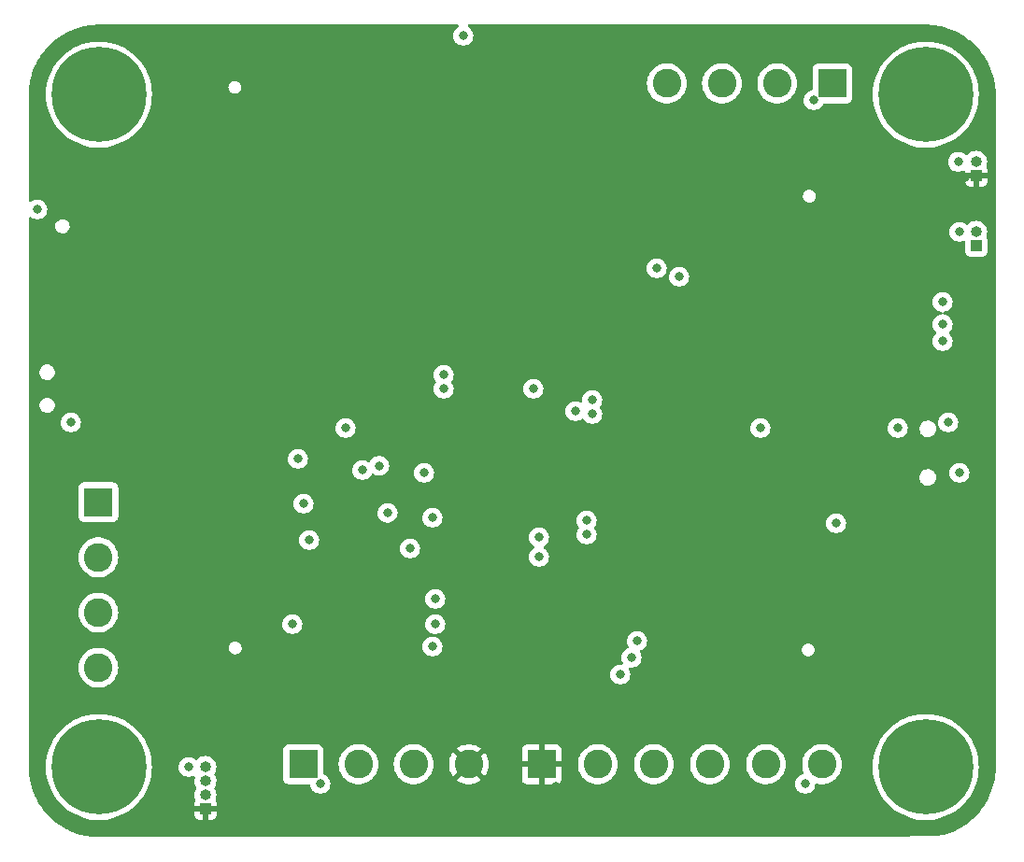
<source format=gbr>
%TF.GenerationSoftware,KiCad,Pcbnew,7.0.7*%
%TF.CreationDate,2023-10-17T18:40:51-05:00*%
%TF.ProjectId,stm32f405rgt6,73746d33-3266-4343-9035-726774362e6b,rev?*%
%TF.SameCoordinates,Original*%
%TF.FileFunction,Copper,L3,Inr*%
%TF.FilePolarity,Positive*%
%FSLAX46Y46*%
G04 Gerber Fmt 4.6, Leading zero omitted, Abs format (unit mm)*
G04 Created by KiCad (PCBNEW 7.0.7) date 2023-10-17 18:40:51*
%MOMM*%
%LPD*%
G01*
G04 APERTURE LIST*
%TA.AperFunction,ComponentPad*%
%ADD10C,0.900000*%
%TD*%
%TA.AperFunction,ComponentPad*%
%ADD11C,8.600000*%
%TD*%
%TA.AperFunction,ComponentPad*%
%ADD12R,1.000000X1.000000*%
%TD*%
%TA.AperFunction,ComponentPad*%
%ADD13O,1.000000X1.000000*%
%TD*%
%TA.AperFunction,ComponentPad*%
%ADD14R,2.600000X2.600000*%
%TD*%
%TA.AperFunction,ComponentPad*%
%ADD15C,2.600000*%
%TD*%
%TA.AperFunction,ViaPad*%
%ADD16C,0.800000*%
%TD*%
G04 APERTURE END LIST*
D10*
%TO.N,GND*%
%TO.C,H4*%
X202007000Y-128524000D03*
X202951581Y-126243581D03*
X202951581Y-130804419D03*
X205232000Y-125299000D03*
D11*
X205232000Y-128524000D03*
D10*
X205232000Y-131749000D03*
X207512419Y-126243581D03*
X207512419Y-130804419D03*
X208457000Y-128524000D03*
%TD*%
D12*
%TO.N,+5V*%
%TO.C,J7*%
X209804000Y-81280000D03*
D13*
%TO.N,GND*%
X209804000Y-80010000D03*
%TD*%
D10*
%TO.N,GND*%
%TO.C,H3*%
X127077000Y-128524000D03*
X128021581Y-126243581D03*
X128021581Y-130804419D03*
X130302000Y-125299000D03*
D11*
X130302000Y-128524000D03*
D10*
X130302000Y-131749000D03*
X132582419Y-126243581D03*
X132582419Y-130804419D03*
X133527000Y-128524000D03*
%TD*%
D14*
%TO.N,GND*%
%TO.C,I2C*%
X148830000Y-128270000D03*
D15*
%TO.N,I2C2_SCL*%
X153830000Y-128270000D03*
%TO.N,I2C2_SDA*%
X158830000Y-128270000D03*
%TO.N,+3.3V*%
X163830000Y-128270000D03*
%TD*%
D10*
%TO.N,GND*%
%TO.C,H1*%
X202007000Y-67564000D03*
X202951581Y-65283581D03*
X202951581Y-69844419D03*
X205232000Y-64339000D03*
D11*
X205232000Y-67564000D03*
D10*
X205232000Y-70789000D03*
X207512419Y-65283581D03*
X207512419Y-69844419D03*
X208457000Y-67564000D03*
%TD*%
D14*
%TO.N,GND*%
%TO.C,J8*%
X196770000Y-66548000D03*
D15*
%TO.N,CAN_TX*%
X191770000Y-66548000D03*
%TO.N,CAN_RX*%
X186770000Y-66548000D03*
%TO.N,+5V*%
X181770000Y-66548000D03*
%TD*%
D14*
%TO.N,LinPot4*%
%TO.C,Analog Inputs*%
X130251000Y-104514000D03*
D15*
%TO.N,LinPot3*%
X130251000Y-109514000D03*
%TO.N,LinPot2*%
X130251000Y-114514000D03*
%TO.N,LinPot1*%
X130251000Y-119514000D03*
%TD*%
D14*
%TO.N,+3.3V*%
%TO.C,SPI*%
X170434000Y-128270000D03*
D15*
%TO.N,SPI1_CS*%
X175514000Y-128270000D03*
%TO.N,SPI1_MOSI*%
X180594000Y-128270000D03*
%TO.N,SPI1_MISO*%
X185674000Y-128270000D03*
%TO.N,SPI1_SCK*%
X190754000Y-128270000D03*
%TO.N,GND*%
X195834000Y-128270000D03*
%TD*%
D12*
%TO.N,+3.3V*%
%TO.C,J1*%
X139954000Y-132334000D03*
D13*
%TO.N,USART2_RX*%
X139954000Y-131064000D03*
%TO.N,USART2_TX*%
X139954000Y-129794000D03*
%TO.N,GND*%
X139954000Y-128524000D03*
%TD*%
D10*
%TO.N,GND*%
%TO.C,H2*%
X127077000Y-67564000D03*
X128021581Y-65283581D03*
X128021581Y-69844419D03*
X130302000Y-64339000D03*
D11*
X130302000Y-67564000D03*
D10*
X130302000Y-70789000D03*
X132582419Y-65283581D03*
X132582419Y-69844419D03*
X133527000Y-67564000D03*
%TD*%
D12*
%TO.N,+3.3V*%
%TO.C,J9*%
X209804000Y-74930000D03*
D13*
%TO.N,GND*%
X209804000Y-73660000D03*
%TD*%
D16*
%TO.N,GND*%
X208280000Y-80010000D03*
%TO.N,+3.3V*%
X171704000Y-130302000D03*
X208788000Y-75042000D03*
X153935500Y-106183500D03*
X159004000Y-94234000D03*
X159004000Y-92964000D03*
X160528000Y-110744000D03*
X127762000Y-90932000D03*
X138684000Y-132334000D03*
X167894000Y-107442000D03*
X206756000Y-91440000D03*
X153924000Y-98044000D03*
X165354000Y-129794000D03*
X165354000Y-114300000D03*
X170434000Y-62230000D03*
X199136000Y-106426000D03*
X166624000Y-114300000D03*
X170942000Y-96012000D03*
%TO.N,GND*%
X170180000Y-109474000D03*
X206756000Y-86360000D03*
X154178000Y-101600000D03*
X206756000Y-88392000D03*
X173482000Y-96266000D03*
X194310000Y-130048000D03*
X163322000Y-62230000D03*
X148844000Y-104648000D03*
X161544000Y-92964000D03*
X206756000Y-89916000D03*
X148336000Y-100584000D03*
X124714000Y-77978000D03*
X160528000Y-105918000D03*
X197104000Y-106426000D03*
X208168000Y-73660000D03*
X195072000Y-68072000D03*
X127762000Y-97282000D03*
X161544000Y-94234000D03*
X138430000Y-128524000D03*
X190246000Y-97790000D03*
X152654000Y-97790000D03*
X150368000Y-130048000D03*
X202692000Y-97790000D03*
%TO.N,USART2_TX*%
X156464000Y-105488000D03*
X147828000Y-115570000D03*
%TO.N,SWCLK*%
X175006000Y-96520000D03*
X169672000Y-94234000D03*
%TO.N,SWO*%
X175006000Y-95250000D03*
X170180000Y-107696000D03*
%TO.N,unconnected-(J4-Shield-Pad6)*%
X208280000Y-101854000D03*
X207264000Y-97282000D03*
%TO.N,SPI1_MOSI*%
X177546000Y-120142000D03*
X160528000Y-117602000D03*
%TO.N,SPI1_MISO*%
X178562000Y-118618000D03*
X160782000Y-115570000D03*
%TO.N,SPI1_SCK*%
X179070000Y-117094000D03*
X160782000Y-113284000D03*
%TO.N,LinPot2*%
X155702000Y-101212500D03*
X149352000Y-107950000D03*
%TO.N,LinPot1*%
X159766000Y-101854000D03*
X158496000Y-108712000D03*
%TO.N,CAN_TX*%
X180848000Y-83312000D03*
X174498000Y-106172000D03*
%TO.N,CAN_RX*%
X174498000Y-107442000D03*
X182880000Y-84074000D03*
%TD*%
%TA.AperFunction,Conductor*%
%TO.N,+3.3V*%
G36*
X162874243Y-61234185D02*
G01*
X162919998Y-61286989D01*
X162929942Y-61356147D01*
X162900917Y-61419703D01*
X162874282Y-61441693D01*
X162874527Y-61442029D01*
X162716129Y-61557111D01*
X162589466Y-61697785D01*
X162494821Y-61861715D01*
X162494818Y-61861722D01*
X162436327Y-62041740D01*
X162436326Y-62041744D01*
X162416540Y-62230000D01*
X162436326Y-62418256D01*
X162436327Y-62418259D01*
X162494818Y-62598277D01*
X162494821Y-62598284D01*
X162589467Y-62762216D01*
X162694747Y-62879141D01*
X162716129Y-62902888D01*
X162869265Y-63014148D01*
X162869270Y-63014151D01*
X163042192Y-63091142D01*
X163042197Y-63091144D01*
X163227354Y-63130500D01*
X163227355Y-63130500D01*
X163416644Y-63130500D01*
X163416646Y-63130500D01*
X163601803Y-63091144D01*
X163774730Y-63014151D01*
X163927871Y-62902888D01*
X164054533Y-62762216D01*
X164149179Y-62598284D01*
X164207674Y-62418256D01*
X164227460Y-62230000D01*
X164207674Y-62041744D01*
X164149179Y-61861716D01*
X164054533Y-61697784D01*
X163927871Y-61557112D01*
X163927870Y-61557111D01*
X163769473Y-61442029D01*
X163770184Y-61441049D01*
X163726582Y-61395323D01*
X163713357Y-61326717D01*
X163739323Y-61261851D01*
X163796236Y-61221321D01*
X163836796Y-61214500D01*
X205231500Y-61214500D01*
X205232000Y-61214500D01*
X205498871Y-61224485D01*
X205709581Y-61232764D01*
X205714032Y-61233102D01*
X205968138Y-61261734D01*
X206193099Y-61288360D01*
X206197303Y-61289006D01*
X206445490Y-61335965D01*
X206670986Y-61380819D01*
X206674853Y-61381721D01*
X206838591Y-61425595D01*
X206917597Y-61446765D01*
X207006742Y-61471906D01*
X207140278Y-61509567D01*
X207143911Y-61510713D01*
X207380529Y-61593510D01*
X207598363Y-61673873D01*
X207601650Y-61675195D01*
X207790711Y-61757682D01*
X207831126Y-61775315D01*
X208042484Y-61872752D01*
X208045428Y-61874207D01*
X208266672Y-61991138D01*
X208470027Y-62105023D01*
X208472662Y-62106587D01*
X208669073Y-62230000D01*
X208684474Y-62239677D01*
X208878495Y-62369318D01*
X208880867Y-62370984D01*
X209082107Y-62519507D01*
X209180293Y-62596910D01*
X209266573Y-62664927D01*
X209457198Y-62828973D01*
X209629731Y-62988461D01*
X209807538Y-63166268D01*
X209967025Y-63338800D01*
X210131055Y-63529407D01*
X210131073Y-63529427D01*
X210276492Y-63713892D01*
X210425014Y-63915131D01*
X210426680Y-63917503D01*
X210556322Y-64111525D01*
X210689390Y-64323302D01*
X210690988Y-64325993D01*
X210804869Y-64529343D01*
X210839324Y-64594534D01*
X210921777Y-64750542D01*
X210923254Y-64753530D01*
X210939015Y-64787718D01*
X211020684Y-64964873D01*
X211120796Y-65194333D01*
X211122138Y-65197667D01*
X211202490Y-65415472D01*
X211285285Y-65652086D01*
X211286436Y-65655735D01*
X211349234Y-65878402D01*
X211414270Y-66121118D01*
X211415191Y-66125071D01*
X211439689Y-66248231D01*
X211459602Y-66348338D01*
X211460033Y-66350505D01*
X211470615Y-66406428D01*
X211506989Y-66598677D01*
X211507640Y-66602917D01*
X211534283Y-66828014D01*
X211562894Y-67081951D01*
X211563237Y-67086460D01*
X211571516Y-67297185D01*
X211581500Y-67564000D01*
X211581500Y-128524000D01*
X211571516Y-128790814D01*
X211563237Y-129001538D01*
X211562895Y-129006047D01*
X211534283Y-129259985D01*
X211507640Y-129485081D01*
X211506989Y-129489321D01*
X211471409Y-129677372D01*
X211460068Y-129737317D01*
X211460043Y-129737447D01*
X211415191Y-129962927D01*
X211414270Y-129966880D01*
X211349234Y-130209597D01*
X211286436Y-130432263D01*
X211285285Y-130435911D01*
X211202490Y-130672527D01*
X211122138Y-130890331D01*
X211120796Y-130893665D01*
X211020684Y-131123127D01*
X210923259Y-131334458D01*
X210921769Y-131337472D01*
X210804869Y-131558656D01*
X210690988Y-131762005D01*
X210689390Y-131764696D01*
X210556322Y-131976474D01*
X210426680Y-132170495D01*
X210425014Y-132172867D01*
X210276492Y-132374107D01*
X210131073Y-132558572D01*
X209967026Y-132749198D01*
X209807538Y-132921731D01*
X209629731Y-133099538D01*
X209457198Y-133259026D01*
X209266572Y-133423073D01*
X209082107Y-133568492D01*
X208880867Y-133717014D01*
X208878495Y-133718680D01*
X208684474Y-133848322D01*
X208472696Y-133981390D01*
X208470005Y-133982988D01*
X208266656Y-134096869D01*
X208045472Y-134213769D01*
X208042458Y-134215259D01*
X207831127Y-134312684D01*
X207601665Y-134412796D01*
X207598331Y-134414138D01*
X207380527Y-134494490D01*
X207143911Y-134577285D01*
X207140263Y-134578436D01*
X206917598Y-134641234D01*
X206674882Y-134706270D01*
X206670944Y-134707188D01*
X206596193Y-134722057D01*
X206445398Y-134752051D01*
X206436373Y-134753758D01*
X206416057Y-134755889D01*
X201079519Y-134873500D01*
X130302000Y-134873500D01*
X130035185Y-134863516D01*
X129824460Y-134855237D01*
X129819951Y-134854894D01*
X129566014Y-134826283D01*
X129340917Y-134799640D01*
X129336677Y-134798989D01*
X129088599Y-134752051D01*
X128986231Y-134731689D01*
X128863071Y-134707191D01*
X128859118Y-134706270D01*
X128616402Y-134641234D01*
X128393735Y-134578436D01*
X128390086Y-134577285D01*
X128153472Y-134494490D01*
X128026301Y-134447574D01*
X127935660Y-134414135D01*
X127932333Y-134412796D01*
X127702873Y-134312684D01*
X127556309Y-134245118D01*
X127491530Y-134215254D01*
X127488542Y-134213777D01*
X127372250Y-134152314D01*
X127267343Y-134096869D01*
X127063993Y-133982988D01*
X127061302Y-133981390D01*
X126849525Y-133848322D01*
X126655503Y-133718680D01*
X126653131Y-133717014D01*
X126451892Y-133568492D01*
X126325287Y-133468685D01*
X126267421Y-133423067D01*
X126076801Y-133259026D01*
X126003416Y-133191190D01*
X125904268Y-133099538D01*
X125726461Y-132921731D01*
X125689574Y-132881827D01*
X125566971Y-132749195D01*
X125477279Y-132644971D01*
X125402927Y-132558572D01*
X125311307Y-132442353D01*
X125257507Y-132374107D01*
X125108984Y-132172867D01*
X125107318Y-132170495D01*
X124977673Y-131976467D01*
X124966306Y-131958376D01*
X124844587Y-131764662D01*
X124843023Y-131762027D01*
X124729130Y-131558656D01*
X124694676Y-131493466D01*
X124612207Y-131337428D01*
X124610752Y-131334484D01*
X124513315Y-131123126D01*
X124437126Y-130948500D01*
X124413195Y-130893650D01*
X124411873Y-130890363D01*
X124331503Y-130672510D01*
X124309265Y-130608958D01*
X124248713Y-130435911D01*
X124247567Y-130432278D01*
X124209906Y-130298742D01*
X124184765Y-130209597D01*
X124152768Y-130090184D01*
X124119721Y-129966853D01*
X124118819Y-129962986D01*
X124073957Y-129737447D01*
X124027006Y-129489303D01*
X124026360Y-129485099D01*
X123999734Y-129260138D01*
X123971102Y-129006032D01*
X123970764Y-129001581D01*
X123962479Y-128790710D01*
X123959838Y-128720132D01*
X123952500Y-128524000D01*
X125496661Y-128524000D01*
X125516005Y-128954737D01*
X125516005Y-128954745D01*
X125516006Y-128954747D01*
X125529751Y-129056214D01*
X125573885Y-129382027D01*
X125669830Y-129802391D01*
X125803073Y-130212472D01*
X125803076Y-130212480D01*
X125972533Y-130608947D01*
X125972537Y-130608955D01*
X125972539Y-130608958D01*
X126176863Y-130988655D01*
X126176867Y-130988661D01*
X126176867Y-130988662D01*
X126414394Y-131348501D01*
X126414404Y-131348514D01*
X126683225Y-131685607D01*
X126683235Y-131685618D01*
X126683236Y-131685619D01*
X126981210Y-131997274D01*
X127305920Y-132280965D01*
X127305930Y-132280972D01*
X127305931Y-132280973D01*
X127528051Y-132442353D01*
X127654753Y-132534407D01*
X128024900Y-132755560D01*
X128024903Y-132755561D01*
X128024904Y-132755562D01*
X128024906Y-132755563D01*
X128413372Y-132942639D01*
X128413386Y-132942645D01*
X128817055Y-133094144D01*
X128817059Y-133094145D01*
X128817069Y-133094149D01*
X129232711Y-133208859D01*
X129656964Y-133285850D01*
X130086409Y-133324500D01*
X130086416Y-133324500D01*
X130517584Y-133324500D01*
X130517591Y-133324500D01*
X130947036Y-133285850D01*
X131371289Y-133208859D01*
X131786931Y-133094149D01*
X132190619Y-132942643D01*
X132579100Y-132755560D01*
X132949247Y-132534407D01*
X133298080Y-132280965D01*
X133622790Y-131997274D01*
X133920764Y-131685619D01*
X133971070Y-131622538D01*
X134074000Y-131493466D01*
X134189601Y-131348507D01*
X134198858Y-131334484D01*
X134338373Y-131123127D01*
X134427137Y-130988655D01*
X134631461Y-130608958D01*
X134800926Y-130212475D01*
X134934168Y-129802397D01*
X135030115Y-129382026D01*
X135087994Y-128954747D01*
X135107339Y-128524000D01*
X137524540Y-128524000D01*
X137544326Y-128712256D01*
X137544327Y-128712259D01*
X137602818Y-128892277D01*
X137602821Y-128892284D01*
X137697467Y-129056216D01*
X137815096Y-129186856D01*
X137824129Y-129196888D01*
X137977265Y-129308148D01*
X137977270Y-129308151D01*
X138150192Y-129385142D01*
X138150197Y-129385144D01*
X138335354Y-129424500D01*
X138335355Y-129424500D01*
X138524644Y-129424500D01*
X138524646Y-129424500D01*
X138709803Y-129385144D01*
X138835043Y-129329382D01*
X138904290Y-129320097D01*
X138967567Y-129349725D01*
X139004781Y-129408860D01*
X139004138Y-129478657D01*
X138967975Y-129597869D01*
X138948659Y-129794000D01*
X138967975Y-129990129D01*
X139025188Y-130178733D01*
X139118086Y-130352532D01*
X139121473Y-130357601D01*
X139119832Y-130358697D01*
X139143594Y-130414638D01*
X139131805Y-130483506D01*
X139121109Y-130500156D01*
X139121473Y-130500399D01*
X139118086Y-130505467D01*
X139025188Y-130679266D01*
X138967975Y-130867870D01*
X138948659Y-131064000D01*
X138967975Y-131260129D01*
X138967976Y-131260132D01*
X139025186Y-131448727D01*
X139025187Y-131448730D01*
X139025188Y-131448731D01*
X139026583Y-131451341D01*
X139026901Y-131452870D01*
X139027518Y-131454359D01*
X139027235Y-131454475D01*
X139040824Y-131519743D01*
X139016492Y-131584102D01*
X139010648Y-131591907D01*
X139010645Y-131591913D01*
X138960403Y-131726620D01*
X138960401Y-131726627D01*
X138954000Y-131786155D01*
X138954000Y-132084000D01*
X139522045Y-132084000D01*
X139589084Y-132103685D01*
X139634839Y-132156489D01*
X139644783Y-132225647D01*
X139638568Y-132250404D01*
X139629000Y-132276694D01*
X139629000Y-132391306D01*
X139638567Y-132417592D01*
X139642998Y-132487319D01*
X139609027Y-132548375D01*
X139547440Y-132581372D01*
X139522045Y-132584000D01*
X138954000Y-132584000D01*
X138954000Y-132881844D01*
X138960401Y-132941372D01*
X138960403Y-132941379D01*
X139010645Y-133076086D01*
X139010649Y-133076093D01*
X139096809Y-133191187D01*
X139096812Y-133191190D01*
X139211906Y-133277350D01*
X139211913Y-133277354D01*
X139346620Y-133327596D01*
X139346627Y-133327598D01*
X139406155Y-133333999D01*
X139406172Y-133334000D01*
X139704000Y-133334000D01*
X139704000Y-132767709D01*
X139723685Y-132700670D01*
X139776489Y-132654915D01*
X139845647Y-132644971D01*
X139849481Y-132645584D01*
X139925564Y-132659000D01*
X139925568Y-132659000D01*
X139982432Y-132659000D01*
X139982436Y-132659000D01*
X140058469Y-132645593D01*
X140127906Y-132653337D01*
X140182136Y-132697393D01*
X140203938Y-132763774D01*
X140204000Y-132767709D01*
X140204000Y-133334000D01*
X140501828Y-133334000D01*
X140501844Y-133333999D01*
X140561372Y-133327598D01*
X140561379Y-133327596D01*
X140696086Y-133277354D01*
X140696093Y-133277350D01*
X140811187Y-133191190D01*
X140811190Y-133191187D01*
X140897350Y-133076093D01*
X140897354Y-133076086D01*
X140947596Y-132941379D01*
X140947598Y-132941372D01*
X140953999Y-132881844D01*
X140954000Y-132881827D01*
X140954000Y-132584000D01*
X140385955Y-132584000D01*
X140318916Y-132564315D01*
X140273161Y-132511511D01*
X140263217Y-132442353D01*
X140269431Y-132417595D01*
X140279000Y-132391306D01*
X140279000Y-132276694D01*
X140269432Y-132250407D01*
X140265002Y-132180681D01*
X140298973Y-132119625D01*
X140360560Y-132086628D01*
X140385955Y-132084000D01*
X140954000Y-132084000D01*
X140954000Y-131786172D01*
X140953999Y-131786155D01*
X140947598Y-131726627D01*
X140947597Y-131726623D01*
X140897351Y-131591908D01*
X140891510Y-131584106D01*
X140867091Y-131518642D01*
X140880752Y-131454466D01*
X140880483Y-131454355D01*
X140881086Y-131452899D01*
X140881418Y-131451338D01*
X140882814Y-131448727D01*
X140940024Y-131260132D01*
X140959341Y-131064000D01*
X140940024Y-130867868D01*
X140882814Y-130679273D01*
X140789910Y-130505462D01*
X140789907Y-130505458D01*
X140786523Y-130500393D01*
X140788164Y-130499296D01*
X140764405Y-130443361D01*
X140776194Y-130374493D01*
X140786888Y-130357851D01*
X140786523Y-130357607D01*
X140789904Y-130352544D01*
X140789910Y-130352538D01*
X140882814Y-130178727D01*
X140940024Y-129990132D01*
X140959341Y-129794000D01*
X140941994Y-129617870D01*
X147029500Y-129617870D01*
X147029501Y-129617876D01*
X147035908Y-129677483D01*
X147086202Y-129812328D01*
X147086206Y-129812335D01*
X147172452Y-129927544D01*
X147172455Y-129927547D01*
X147287664Y-130013793D01*
X147287671Y-130013797D01*
X147422517Y-130064091D01*
X147422516Y-130064091D01*
X147429444Y-130064835D01*
X147482127Y-130070500D01*
X149353254Y-130070499D01*
X149420293Y-130090184D01*
X149466048Y-130142987D01*
X149476574Y-130181533D01*
X149482326Y-130236256D01*
X149482327Y-130236258D01*
X149482327Y-130236260D01*
X149540818Y-130416277D01*
X149540821Y-130416284D01*
X149635467Y-130580216D01*
X149724655Y-130679269D01*
X149762129Y-130720888D01*
X149915265Y-130832148D01*
X149915270Y-130832151D01*
X150088192Y-130909142D01*
X150088197Y-130909144D01*
X150273354Y-130948500D01*
X150273355Y-130948500D01*
X150462644Y-130948500D01*
X150462646Y-130948500D01*
X150647803Y-130909144D01*
X150820730Y-130832151D01*
X150973871Y-130720888D01*
X151100533Y-130580216D01*
X151195179Y-130416284D01*
X151253674Y-130236256D01*
X151273460Y-130048000D01*
X151253674Y-129859744D01*
X151195179Y-129679716D01*
X151100533Y-129515784D01*
X150973871Y-129375112D01*
X150945021Y-129354151D01*
X150820734Y-129263851D01*
X150820732Y-129263850D01*
X150704062Y-129211904D01*
X150650826Y-129166653D01*
X150630505Y-129099804D01*
X150630499Y-129098625D01*
X150630499Y-128270004D01*
X152024451Y-128270004D01*
X152044616Y-128539101D01*
X152104664Y-128802188D01*
X152104666Y-128802195D01*
X152203256Y-129053396D01*
X152203258Y-129053400D01*
X152220081Y-129082538D01*
X152338185Y-129287102D01*
X152435614Y-129409273D01*
X152506442Y-129498089D01*
X152635543Y-129617876D01*
X152704259Y-129681635D01*
X152927226Y-129833651D01*
X153170359Y-129950738D01*
X153428228Y-130030280D01*
X153428229Y-130030280D01*
X153428232Y-130030281D01*
X153695063Y-130070499D01*
X153695068Y-130070499D01*
X153695071Y-130070500D01*
X153695072Y-130070500D01*
X153964928Y-130070500D01*
X153964929Y-130070500D01*
X153964936Y-130070499D01*
X154231767Y-130030281D01*
X154231768Y-130030280D01*
X154231772Y-130030280D01*
X154489641Y-129950738D01*
X154732775Y-129833651D01*
X154955741Y-129681635D01*
X155153561Y-129498085D01*
X155321815Y-129287102D01*
X155456743Y-129053398D01*
X155555334Y-128802195D01*
X155615383Y-128539103D01*
X155630623Y-128335740D01*
X155635549Y-128270004D01*
X157024451Y-128270004D01*
X157044616Y-128539101D01*
X157104664Y-128802188D01*
X157104666Y-128802195D01*
X157203256Y-129053396D01*
X157203258Y-129053400D01*
X157220081Y-129082538D01*
X157338185Y-129287102D01*
X157435614Y-129409273D01*
X157506442Y-129498089D01*
X157635543Y-129617876D01*
X157704259Y-129681635D01*
X157927226Y-129833651D01*
X158170359Y-129950738D01*
X158428228Y-130030280D01*
X158428229Y-130030280D01*
X158428232Y-130030281D01*
X158695063Y-130070499D01*
X158695068Y-130070499D01*
X158695071Y-130070500D01*
X158695072Y-130070500D01*
X158964928Y-130070500D01*
X158964929Y-130070500D01*
X158964936Y-130070499D01*
X159231767Y-130030281D01*
X159231768Y-130030280D01*
X159231772Y-130030280D01*
X159489641Y-129950738D01*
X159732775Y-129833651D01*
X159955741Y-129681635D01*
X160153561Y-129498085D01*
X160321815Y-129287102D01*
X160456743Y-129053398D01*
X160555334Y-128802195D01*
X160615383Y-128539103D01*
X160630623Y-128335740D01*
X160635549Y-128270004D01*
X162024953Y-128270004D01*
X162045113Y-128539026D01*
X162045113Y-128539028D01*
X162105142Y-128802033D01*
X162105148Y-128802052D01*
X162203709Y-129053181D01*
X162203708Y-129053181D01*
X162338602Y-129286822D01*
X162392294Y-129354151D01*
X163112331Y-128634114D01*
X163173654Y-128600629D01*
X163243345Y-128605613D01*
X163299279Y-128647485D01*
X163304707Y-128655350D01*
X163325187Y-128687620D01*
X163325188Y-128687621D01*
X163444904Y-128800041D01*
X163448266Y-128802484D01*
X163450264Y-128805074D01*
X163450590Y-128805381D01*
X163450540Y-128805433D01*
X163490934Y-128857812D01*
X163496915Y-128927425D01*
X163464311Y-128989221D01*
X163463065Y-128990485D01*
X162744848Y-129708702D01*
X162927483Y-129833220D01*
X162927485Y-129833221D01*
X163170539Y-129950269D01*
X163170537Y-129950269D01*
X163428337Y-130029790D01*
X163428343Y-130029792D01*
X163695101Y-130069999D01*
X163695110Y-130070000D01*
X163964890Y-130070000D01*
X163964898Y-130069999D01*
X164231656Y-130029792D01*
X164231662Y-130029790D01*
X164489461Y-129950269D01*
X164732521Y-129833218D01*
X164915150Y-129708702D01*
X164824292Y-129617844D01*
X168634000Y-129617844D01*
X168640401Y-129677372D01*
X168640403Y-129677379D01*
X168690645Y-129812086D01*
X168690649Y-129812093D01*
X168776809Y-129927187D01*
X168776812Y-129927190D01*
X168891906Y-130013350D01*
X168891913Y-130013354D01*
X169026620Y-130063596D01*
X169026627Y-130063598D01*
X169086155Y-130069999D01*
X169086172Y-130070000D01*
X170184000Y-130070000D01*
X170184000Y-129036753D01*
X170203685Y-128969714D01*
X170256489Y-128923959D01*
X170325647Y-128914015D01*
X170338816Y-128916644D01*
X170351886Y-128920000D01*
X170351890Y-128920000D01*
X170474892Y-128920000D01*
X170474894Y-128920000D01*
X170474899Y-128919999D01*
X170474903Y-128919999D01*
X170522270Y-128914015D01*
X170544458Y-128911212D01*
X170613436Y-128922338D01*
X170665448Y-128968991D01*
X170684000Y-129034234D01*
X170684000Y-130070000D01*
X171781828Y-130070000D01*
X171781844Y-130069999D01*
X171841372Y-130063598D01*
X171841379Y-130063596D01*
X171976086Y-130013354D01*
X171976093Y-130013350D01*
X172091187Y-129927190D01*
X172091190Y-129927187D01*
X172177350Y-129812093D01*
X172177354Y-129812086D01*
X172227596Y-129677379D01*
X172227598Y-129677372D01*
X172233999Y-129617844D01*
X172234000Y-129617827D01*
X172234000Y-128520000D01*
X171197921Y-128520000D01*
X171130882Y-128500315D01*
X171085127Y-128447511D01*
X171075183Y-128378353D01*
X171076117Y-128372766D01*
X171076659Y-128369919D01*
X171087873Y-128311138D01*
X171085285Y-128270004D01*
X173708451Y-128270004D01*
X173728616Y-128539101D01*
X173788664Y-128802188D01*
X173788666Y-128802195D01*
X173887256Y-129053396D01*
X173887258Y-129053400D01*
X173904081Y-129082538D01*
X174022185Y-129287102D01*
X174119614Y-129409273D01*
X174190442Y-129498089D01*
X174319543Y-129617876D01*
X174388259Y-129681635D01*
X174611226Y-129833651D01*
X174854359Y-129950738D01*
X175112228Y-130030280D01*
X175112229Y-130030280D01*
X175112232Y-130030281D01*
X175379063Y-130070499D01*
X175379068Y-130070499D01*
X175379071Y-130070500D01*
X175379072Y-130070500D01*
X175648928Y-130070500D01*
X175648929Y-130070500D01*
X175648936Y-130070499D01*
X175915767Y-130030281D01*
X175915768Y-130030280D01*
X175915772Y-130030280D01*
X176173641Y-129950738D01*
X176416775Y-129833651D01*
X176639741Y-129681635D01*
X176837561Y-129498085D01*
X177005815Y-129287102D01*
X177140743Y-129053398D01*
X177239334Y-128802195D01*
X177299383Y-128539103D01*
X177314623Y-128335740D01*
X177319549Y-128270004D01*
X178788451Y-128270004D01*
X178808616Y-128539101D01*
X178868664Y-128802188D01*
X178868666Y-128802195D01*
X178967256Y-129053396D01*
X178967258Y-129053400D01*
X178984081Y-129082538D01*
X179102185Y-129287102D01*
X179199614Y-129409273D01*
X179270442Y-129498089D01*
X179399543Y-129617876D01*
X179468259Y-129681635D01*
X179691226Y-129833651D01*
X179934359Y-129950738D01*
X180192228Y-130030280D01*
X180192229Y-130030280D01*
X180192232Y-130030281D01*
X180459063Y-130070499D01*
X180459068Y-130070499D01*
X180459071Y-130070500D01*
X180459072Y-130070500D01*
X180728928Y-130070500D01*
X180728929Y-130070500D01*
X180728936Y-130070499D01*
X180995767Y-130030281D01*
X180995768Y-130030280D01*
X180995772Y-130030280D01*
X181253641Y-129950738D01*
X181496775Y-129833651D01*
X181719741Y-129681635D01*
X181917561Y-129498085D01*
X182085815Y-129287102D01*
X182220743Y-129053398D01*
X182319334Y-128802195D01*
X182379383Y-128539103D01*
X182394623Y-128335740D01*
X182399549Y-128270004D01*
X183868451Y-128270004D01*
X183888616Y-128539101D01*
X183948664Y-128802188D01*
X183948666Y-128802195D01*
X184047256Y-129053396D01*
X184047258Y-129053400D01*
X184064081Y-129082538D01*
X184182185Y-129287102D01*
X184279614Y-129409273D01*
X184350442Y-129498089D01*
X184479543Y-129617876D01*
X184548259Y-129681635D01*
X184771226Y-129833651D01*
X185014359Y-129950738D01*
X185272228Y-130030280D01*
X185272229Y-130030280D01*
X185272232Y-130030281D01*
X185539063Y-130070499D01*
X185539068Y-130070499D01*
X185539071Y-130070500D01*
X185539072Y-130070500D01*
X185808928Y-130070500D01*
X185808929Y-130070500D01*
X185808936Y-130070499D01*
X186075767Y-130030281D01*
X186075768Y-130030280D01*
X186075772Y-130030280D01*
X186333641Y-129950738D01*
X186576775Y-129833651D01*
X186799741Y-129681635D01*
X186997561Y-129498085D01*
X187165815Y-129287102D01*
X187300743Y-129053398D01*
X187399334Y-128802195D01*
X187459383Y-128539103D01*
X187474623Y-128335740D01*
X187479549Y-128270004D01*
X188948451Y-128270004D01*
X188968616Y-128539101D01*
X189028664Y-128802188D01*
X189028666Y-128802195D01*
X189127256Y-129053396D01*
X189127258Y-129053400D01*
X189144081Y-129082538D01*
X189262185Y-129287102D01*
X189359614Y-129409273D01*
X189430442Y-129498089D01*
X189559543Y-129617876D01*
X189628259Y-129681635D01*
X189851226Y-129833651D01*
X190094359Y-129950738D01*
X190352228Y-130030280D01*
X190352229Y-130030280D01*
X190352232Y-130030281D01*
X190619063Y-130070499D01*
X190619068Y-130070499D01*
X190619071Y-130070500D01*
X190619072Y-130070500D01*
X190888928Y-130070500D01*
X190888929Y-130070500D01*
X190888936Y-130070499D01*
X191038208Y-130048000D01*
X193404540Y-130048000D01*
X193424326Y-130236256D01*
X193424327Y-130236258D01*
X193424327Y-130236259D01*
X193482818Y-130416277D01*
X193482821Y-130416284D01*
X193577467Y-130580216D01*
X193666655Y-130679269D01*
X193704129Y-130720888D01*
X193857265Y-130832148D01*
X193857270Y-130832151D01*
X194030192Y-130909142D01*
X194030197Y-130909144D01*
X194215354Y-130948500D01*
X194215355Y-130948500D01*
X194404644Y-130948500D01*
X194404646Y-130948500D01*
X194589803Y-130909144D01*
X194762730Y-130832151D01*
X194915871Y-130720888D01*
X195042533Y-130580216D01*
X195137179Y-130416284D01*
X195195674Y-130236256D01*
X195208307Y-130116051D01*
X195234891Y-130051438D01*
X195292189Y-130011453D01*
X195362008Y-130008793D01*
X195368179Y-130010523D01*
X195432228Y-130030280D01*
X195699071Y-130070500D01*
X195699072Y-130070500D01*
X195968928Y-130070500D01*
X195968929Y-130070500D01*
X195968936Y-130070499D01*
X196235767Y-130030281D01*
X196235768Y-130030280D01*
X196235772Y-130030280D01*
X196493641Y-129950738D01*
X196736775Y-129833651D01*
X196959741Y-129681635D01*
X197157561Y-129498085D01*
X197325815Y-129287102D01*
X197460743Y-129053398D01*
X197559334Y-128802195D01*
X197619383Y-128539103D01*
X197620515Y-128523996D01*
X200426660Y-128523996D01*
X200426661Y-128524000D01*
X200446005Y-128954737D01*
X200446005Y-128954745D01*
X200446006Y-128954747D01*
X200459751Y-129056214D01*
X200503885Y-129382027D01*
X200599830Y-129802391D01*
X200733073Y-130212472D01*
X200733076Y-130212480D01*
X200902533Y-130608947D01*
X200902537Y-130608955D01*
X200902539Y-130608958D01*
X201106863Y-130988655D01*
X201106867Y-130988661D01*
X201106867Y-130988662D01*
X201344394Y-131348501D01*
X201344404Y-131348514D01*
X201613225Y-131685607D01*
X201613235Y-131685618D01*
X201613236Y-131685619D01*
X201911210Y-131997274D01*
X202235920Y-132280965D01*
X202235930Y-132280972D01*
X202235931Y-132280973D01*
X202458051Y-132442353D01*
X202584753Y-132534407D01*
X202954900Y-132755560D01*
X202954903Y-132755561D01*
X202954904Y-132755562D01*
X202954906Y-132755563D01*
X203343372Y-132942639D01*
X203343386Y-132942645D01*
X203747055Y-133094144D01*
X203747059Y-133094145D01*
X203747069Y-133094149D01*
X204162711Y-133208859D01*
X204586964Y-133285850D01*
X205016409Y-133324500D01*
X205016416Y-133324500D01*
X205447584Y-133324500D01*
X205447591Y-133324500D01*
X205877036Y-133285850D01*
X206301289Y-133208859D01*
X206716931Y-133094149D01*
X207120619Y-132942643D01*
X207509100Y-132755560D01*
X207879247Y-132534407D01*
X208228080Y-132280965D01*
X208552790Y-131997274D01*
X208850764Y-131685619D01*
X208901070Y-131622538D01*
X209004000Y-131493466D01*
X209119601Y-131348507D01*
X209128858Y-131334484D01*
X209268373Y-131123127D01*
X209357137Y-130988655D01*
X209561461Y-130608958D01*
X209730926Y-130212475D01*
X209864168Y-129802397D01*
X209960115Y-129382026D01*
X210017994Y-128954747D01*
X210037339Y-128524000D01*
X210037159Y-128520000D01*
X210025932Y-128270000D01*
X210017994Y-128093253D01*
X209960115Y-127665974D01*
X209864168Y-127245603D01*
X209730926Y-126835525D01*
X209635733Y-126612809D01*
X209561466Y-126439052D01*
X209561462Y-126439044D01*
X209561461Y-126439042D01*
X209357137Y-126059345D01*
X209357132Y-126059337D01*
X209119605Y-125699498D01*
X209119595Y-125699485D01*
X208850774Y-125362392D01*
X208850762Y-125362379D01*
X208552794Y-125050730D01*
X208552793Y-125050729D01*
X208552790Y-125050726D01*
X208228080Y-124767035D01*
X208228068Y-124767026D01*
X207879256Y-124513599D01*
X207879251Y-124513596D01*
X207879247Y-124513593D01*
X207509100Y-124292440D01*
X207509095Y-124292437D01*
X207509093Y-124292436D01*
X207120627Y-124105360D01*
X207120613Y-124105354D01*
X206716944Y-123953855D01*
X206716919Y-123953847D01*
X206301295Y-123839142D01*
X205877043Y-123762151D01*
X205877040Y-123762150D01*
X205877036Y-123762150D01*
X205447591Y-123723500D01*
X205016409Y-123723500D01*
X204586964Y-123762150D01*
X204586960Y-123762150D01*
X204586956Y-123762151D01*
X204162704Y-123839142D01*
X203747080Y-123953847D01*
X203747055Y-123953855D01*
X203343386Y-124105354D01*
X203343372Y-124105360D01*
X202954906Y-124292436D01*
X202954904Y-124292437D01*
X202584743Y-124513599D01*
X202235931Y-124767026D01*
X202235914Y-124767039D01*
X201911210Y-125050726D01*
X201911205Y-125050730D01*
X201613237Y-125362379D01*
X201613225Y-125362392D01*
X201344404Y-125699485D01*
X201344394Y-125699498D01*
X201106867Y-126059337D01*
X201106867Y-126059338D01*
X200902537Y-126439044D01*
X200902533Y-126439052D01*
X200733076Y-126835519D01*
X200733073Y-126835527D01*
X200599830Y-127245608D01*
X200503885Y-127665972D01*
X200446006Y-128093253D01*
X200446005Y-128093262D01*
X200426660Y-128523996D01*
X197620515Y-128523996D01*
X197634623Y-128335740D01*
X197639549Y-128270004D01*
X197639549Y-128269995D01*
X197621913Y-128034663D01*
X197619383Y-128000897D01*
X197559334Y-127737805D01*
X197460743Y-127486602D01*
X197325815Y-127252898D01*
X197157561Y-127041915D01*
X197157560Y-127041914D01*
X197157557Y-127041910D01*
X196959741Y-126858365D01*
X196920038Y-126831296D01*
X196736775Y-126706349D01*
X196736769Y-126706346D01*
X196736768Y-126706345D01*
X196736767Y-126706344D01*
X196493643Y-126589263D01*
X196493645Y-126589263D01*
X196235773Y-126509720D01*
X196235767Y-126509718D01*
X195968936Y-126469500D01*
X195968929Y-126469500D01*
X195699071Y-126469500D01*
X195699063Y-126469500D01*
X195432232Y-126509718D01*
X195432226Y-126509720D01*
X195174358Y-126589262D01*
X194931230Y-126706346D01*
X194708258Y-126858365D01*
X194510442Y-127041910D01*
X194342185Y-127252898D01*
X194207258Y-127486599D01*
X194207256Y-127486603D01*
X194108666Y-127737804D01*
X194108664Y-127737811D01*
X194048616Y-128000898D01*
X194028451Y-128269995D01*
X194028451Y-128270004D01*
X194048616Y-128539101D01*
X194106068Y-128790814D01*
X194108666Y-128802195D01*
X194186920Y-129001581D01*
X194188523Y-129005664D01*
X194194692Y-129075261D01*
X194162255Y-129137145D01*
X194101510Y-129171667D01*
X194098877Y-129172257D01*
X194030196Y-129186856D01*
X194030192Y-129186857D01*
X193857270Y-129263848D01*
X193857265Y-129263851D01*
X193704129Y-129375111D01*
X193577466Y-129515785D01*
X193482821Y-129679715D01*
X193482818Y-129679722D01*
X193424327Y-129859740D01*
X193424326Y-129859744D01*
X193404540Y-130048000D01*
X191038208Y-130048000D01*
X191155767Y-130030281D01*
X191155768Y-130030280D01*
X191155772Y-130030280D01*
X191413641Y-129950738D01*
X191656775Y-129833651D01*
X191879741Y-129681635D01*
X192077561Y-129498085D01*
X192245815Y-129287102D01*
X192380743Y-129053398D01*
X192479334Y-128802195D01*
X192539383Y-128539103D01*
X192554623Y-128335740D01*
X192559549Y-128270004D01*
X192559549Y-128269995D01*
X192541913Y-128034663D01*
X192539383Y-128000897D01*
X192479334Y-127737805D01*
X192380743Y-127486602D01*
X192245815Y-127252898D01*
X192077561Y-127041915D01*
X192077560Y-127041914D01*
X192077557Y-127041910D01*
X191879741Y-126858365D01*
X191840038Y-126831296D01*
X191656775Y-126706349D01*
X191656769Y-126706346D01*
X191656768Y-126706345D01*
X191656767Y-126706344D01*
X191413643Y-126589263D01*
X191413645Y-126589263D01*
X191155773Y-126509720D01*
X191155767Y-126509718D01*
X190888936Y-126469500D01*
X190888929Y-126469500D01*
X190619071Y-126469500D01*
X190619063Y-126469500D01*
X190352232Y-126509718D01*
X190352226Y-126509720D01*
X190094358Y-126589262D01*
X189851230Y-126706346D01*
X189628258Y-126858365D01*
X189430442Y-127041910D01*
X189262185Y-127252898D01*
X189127258Y-127486599D01*
X189127256Y-127486603D01*
X189028666Y-127737804D01*
X189028664Y-127737811D01*
X188968616Y-128000898D01*
X188948451Y-128269995D01*
X188948451Y-128270004D01*
X187479549Y-128270004D01*
X187479549Y-128269995D01*
X187461913Y-128034663D01*
X187459383Y-128000897D01*
X187399334Y-127737805D01*
X187300743Y-127486602D01*
X187165815Y-127252898D01*
X186997561Y-127041915D01*
X186997560Y-127041914D01*
X186997557Y-127041910D01*
X186799741Y-126858365D01*
X186760038Y-126831296D01*
X186576775Y-126706349D01*
X186576769Y-126706346D01*
X186576768Y-126706345D01*
X186576767Y-126706344D01*
X186333643Y-126589263D01*
X186333645Y-126589263D01*
X186075773Y-126509720D01*
X186075767Y-126509718D01*
X185808936Y-126469500D01*
X185808929Y-126469500D01*
X185539071Y-126469500D01*
X185539063Y-126469500D01*
X185272232Y-126509718D01*
X185272226Y-126509720D01*
X185014358Y-126589262D01*
X184771230Y-126706346D01*
X184548258Y-126858365D01*
X184350442Y-127041910D01*
X184182185Y-127252898D01*
X184047258Y-127486599D01*
X184047256Y-127486603D01*
X183948666Y-127737804D01*
X183948664Y-127737811D01*
X183888616Y-128000898D01*
X183868451Y-128269995D01*
X183868451Y-128270004D01*
X182399549Y-128270004D01*
X182399549Y-128269995D01*
X182381913Y-128034663D01*
X182379383Y-128000897D01*
X182319334Y-127737805D01*
X182220743Y-127486602D01*
X182085815Y-127252898D01*
X181917561Y-127041915D01*
X181917560Y-127041914D01*
X181917557Y-127041910D01*
X181719741Y-126858365D01*
X181680038Y-126831296D01*
X181496775Y-126706349D01*
X181496769Y-126706346D01*
X181496768Y-126706345D01*
X181496767Y-126706344D01*
X181253643Y-126589263D01*
X181253645Y-126589263D01*
X180995773Y-126509720D01*
X180995767Y-126509718D01*
X180728936Y-126469500D01*
X180728929Y-126469500D01*
X180459071Y-126469500D01*
X180459063Y-126469500D01*
X180192232Y-126509718D01*
X180192226Y-126509720D01*
X179934358Y-126589262D01*
X179691230Y-126706346D01*
X179468258Y-126858365D01*
X179270442Y-127041910D01*
X179102185Y-127252898D01*
X178967258Y-127486599D01*
X178967256Y-127486603D01*
X178868666Y-127737804D01*
X178868664Y-127737811D01*
X178808616Y-128000898D01*
X178788451Y-128269995D01*
X178788451Y-128270004D01*
X177319549Y-128270004D01*
X177319549Y-128269995D01*
X177301913Y-128034663D01*
X177299383Y-128000897D01*
X177239334Y-127737805D01*
X177140743Y-127486602D01*
X177005815Y-127252898D01*
X176837561Y-127041915D01*
X176837560Y-127041914D01*
X176837557Y-127041910D01*
X176639741Y-126858365D01*
X176600038Y-126831296D01*
X176416775Y-126706349D01*
X176416769Y-126706346D01*
X176416768Y-126706345D01*
X176416767Y-126706344D01*
X176173643Y-126589263D01*
X176173645Y-126589263D01*
X175915773Y-126509720D01*
X175915767Y-126509718D01*
X175648936Y-126469500D01*
X175648929Y-126469500D01*
X175379071Y-126469500D01*
X175379063Y-126469500D01*
X175112232Y-126509718D01*
X175112226Y-126509720D01*
X174854358Y-126589262D01*
X174611230Y-126706346D01*
X174388258Y-126858365D01*
X174190442Y-127041910D01*
X174022185Y-127252898D01*
X173887258Y-127486599D01*
X173887256Y-127486603D01*
X173788666Y-127737804D01*
X173788664Y-127737811D01*
X173728616Y-128000898D01*
X173708451Y-128269995D01*
X173708451Y-128270004D01*
X171085285Y-128270004D01*
X171077847Y-128151784D01*
X171093283Y-128083643D01*
X171143109Y-128034663D01*
X171201602Y-128020000D01*
X172234000Y-128020000D01*
X172234000Y-126922172D01*
X172233999Y-126922155D01*
X172227598Y-126862627D01*
X172227596Y-126862620D01*
X172177354Y-126727913D01*
X172177350Y-126727906D01*
X172091190Y-126612812D01*
X172091187Y-126612809D01*
X171976093Y-126526649D01*
X171976086Y-126526645D01*
X171841379Y-126476403D01*
X171841372Y-126476401D01*
X171781844Y-126470000D01*
X170684000Y-126470000D01*
X170684000Y-127503246D01*
X170664315Y-127570285D01*
X170611511Y-127616040D01*
X170542353Y-127625984D01*
X170529165Y-127623351D01*
X170516115Y-127620000D01*
X170516114Y-127620000D01*
X170393106Y-127620000D01*
X170393094Y-127620000D01*
X170323541Y-127628787D01*
X170254563Y-127617660D01*
X170202551Y-127571006D01*
X170184000Y-127505765D01*
X170184000Y-126470000D01*
X169086155Y-126470000D01*
X169026627Y-126476401D01*
X169026620Y-126476403D01*
X168891913Y-126526645D01*
X168891906Y-126526649D01*
X168776812Y-126612809D01*
X168776809Y-126612812D01*
X168690649Y-126727906D01*
X168690645Y-126727913D01*
X168640403Y-126862620D01*
X168640401Y-126862627D01*
X168634000Y-126922155D01*
X168634000Y-128020000D01*
X169670079Y-128020000D01*
X169737118Y-128039685D01*
X169782873Y-128092489D01*
X169792817Y-128161647D01*
X169791883Y-128167234D01*
X169780127Y-128228862D01*
X169789532Y-128378353D01*
X169790153Y-128388214D01*
X169774717Y-128456357D01*
X169724891Y-128505337D01*
X169666398Y-128520000D01*
X168634000Y-128520000D01*
X168634000Y-129617844D01*
X164824292Y-129617844D01*
X164193234Y-128986787D01*
X164159749Y-128925464D01*
X164164733Y-128855773D01*
X164206605Y-128799839D01*
X164207953Y-128798844D01*
X164278492Y-128747595D01*
X164364871Y-128643180D01*
X164422768Y-128604074D01*
X164492620Y-128602478D01*
X164548094Y-128634541D01*
X165267703Y-129354151D01*
X165267704Y-129354150D01*
X165321393Y-129286828D01*
X165321400Y-129286817D01*
X165456290Y-129053181D01*
X165554851Y-128802052D01*
X165554857Y-128802033D01*
X165614886Y-128539028D01*
X165614886Y-128539026D01*
X165635047Y-128270004D01*
X165635047Y-128269995D01*
X165614886Y-128000973D01*
X165614886Y-128000971D01*
X165554857Y-127737966D01*
X165554851Y-127737947D01*
X165456290Y-127486818D01*
X165456291Y-127486818D01*
X165321397Y-127253177D01*
X165267704Y-127185847D01*
X164547667Y-127905884D01*
X164486344Y-127939369D01*
X164416652Y-127934385D01*
X164360719Y-127892513D01*
X164355290Y-127884646D01*
X164353142Y-127881262D01*
X164334814Y-127852381D01*
X164270942Y-127792402D01*
X164215097Y-127739960D01*
X164211732Y-127737515D01*
X164209731Y-127734920D01*
X164209410Y-127734619D01*
X164209458Y-127734567D01*
X164169064Y-127682187D01*
X164163082Y-127612574D01*
X164195685Y-127550778D01*
X164196932Y-127549513D01*
X164915150Y-126831296D01*
X164732517Y-126706779D01*
X164732516Y-126706778D01*
X164489460Y-126589730D01*
X164489462Y-126589730D01*
X164231662Y-126510209D01*
X164231656Y-126510207D01*
X163964898Y-126470000D01*
X163695101Y-126470000D01*
X163428343Y-126510207D01*
X163428337Y-126510209D01*
X163170538Y-126589730D01*
X162927485Y-126706778D01*
X162927476Y-126706783D01*
X162744848Y-126831296D01*
X163466765Y-127553212D01*
X163500250Y-127614535D01*
X163495266Y-127684226D01*
X163453394Y-127740160D01*
X163451970Y-127741210D01*
X163381510Y-127792402D01*
X163381508Y-127792405D01*
X163295130Y-127896818D01*
X163237230Y-127935925D01*
X163167378Y-127937521D01*
X163111905Y-127905458D01*
X162392295Y-127185848D01*
X162338600Y-127253180D01*
X162203709Y-127486818D01*
X162105148Y-127737947D01*
X162105142Y-127737966D01*
X162045113Y-128000971D01*
X162045113Y-128000973D01*
X162024953Y-128269995D01*
X162024953Y-128270004D01*
X160635549Y-128270004D01*
X160635549Y-128269995D01*
X160617913Y-128034663D01*
X160615383Y-128000897D01*
X160555334Y-127737805D01*
X160456743Y-127486602D01*
X160321815Y-127252898D01*
X160153561Y-127041915D01*
X160153560Y-127041914D01*
X160153557Y-127041910D01*
X159955741Y-126858365D01*
X159916038Y-126831296D01*
X159732775Y-126706349D01*
X159732769Y-126706346D01*
X159732768Y-126706345D01*
X159732767Y-126706344D01*
X159489643Y-126589263D01*
X159489645Y-126589263D01*
X159231773Y-126509720D01*
X159231767Y-126509718D01*
X158964936Y-126469500D01*
X158964929Y-126469500D01*
X158695071Y-126469500D01*
X158695063Y-126469500D01*
X158428232Y-126509718D01*
X158428226Y-126509720D01*
X158170358Y-126589262D01*
X157927230Y-126706346D01*
X157704258Y-126858365D01*
X157506442Y-127041910D01*
X157338185Y-127252898D01*
X157203258Y-127486599D01*
X157203256Y-127486603D01*
X157104666Y-127737804D01*
X157104664Y-127737811D01*
X157044616Y-128000898D01*
X157024451Y-128269995D01*
X157024451Y-128270004D01*
X155635549Y-128270004D01*
X155635549Y-128269995D01*
X155617913Y-128034663D01*
X155615383Y-128000897D01*
X155555334Y-127737805D01*
X155456743Y-127486602D01*
X155321815Y-127252898D01*
X155153561Y-127041915D01*
X155153560Y-127041914D01*
X155153557Y-127041910D01*
X154955741Y-126858365D01*
X154916038Y-126831296D01*
X154732775Y-126706349D01*
X154732769Y-126706346D01*
X154732768Y-126706345D01*
X154732767Y-126706344D01*
X154489643Y-126589263D01*
X154489645Y-126589263D01*
X154231773Y-126509720D01*
X154231767Y-126509718D01*
X153964936Y-126469500D01*
X153964929Y-126469500D01*
X153695071Y-126469500D01*
X153695063Y-126469500D01*
X153428232Y-126509718D01*
X153428226Y-126509720D01*
X153170358Y-126589262D01*
X152927230Y-126706346D01*
X152704258Y-126858365D01*
X152506442Y-127041910D01*
X152338185Y-127252898D01*
X152203258Y-127486599D01*
X152203256Y-127486603D01*
X152104666Y-127737804D01*
X152104664Y-127737811D01*
X152044616Y-128000898D01*
X152024451Y-128269995D01*
X152024451Y-128270004D01*
X150630499Y-128270004D01*
X150630499Y-126922129D01*
X150630498Y-126922123D01*
X150630497Y-126922116D01*
X150624091Y-126862517D01*
X150622542Y-126858365D01*
X150573797Y-126727671D01*
X150573793Y-126727664D01*
X150487547Y-126612455D01*
X150487544Y-126612452D01*
X150372335Y-126526206D01*
X150372328Y-126526202D01*
X150237482Y-126475908D01*
X150237483Y-126475908D01*
X150177883Y-126469501D01*
X150177881Y-126469500D01*
X150177873Y-126469500D01*
X150177864Y-126469500D01*
X147482129Y-126469500D01*
X147482123Y-126469501D01*
X147422516Y-126475908D01*
X147287671Y-126526202D01*
X147287664Y-126526206D01*
X147172455Y-126612452D01*
X147172452Y-126612455D01*
X147086206Y-126727664D01*
X147086202Y-126727671D01*
X147035908Y-126862517D01*
X147029501Y-126922116D01*
X147029501Y-126922123D01*
X147029500Y-126922135D01*
X147029500Y-129617870D01*
X140941994Y-129617870D01*
X140940024Y-129597868D01*
X140882814Y-129409273D01*
X140789910Y-129235462D01*
X140789907Y-129235458D01*
X140786523Y-129230393D01*
X140788160Y-129229298D01*
X140764403Y-129173336D01*
X140776204Y-129104470D01*
X140786888Y-129087851D01*
X140786523Y-129087607D01*
X140789904Y-129082544D01*
X140789910Y-129082538D01*
X140882814Y-128908727D01*
X140940024Y-128720132D01*
X140959341Y-128524000D01*
X140940024Y-128327868D01*
X140882814Y-128139273D01*
X140882811Y-128139269D01*
X140882811Y-128139266D01*
X140789913Y-127965467D01*
X140789909Y-127965460D01*
X140664883Y-127813116D01*
X140512539Y-127688090D01*
X140512532Y-127688086D01*
X140338733Y-127595188D01*
X140338727Y-127595186D01*
X140150132Y-127537976D01*
X140150129Y-127537975D01*
X139954000Y-127518659D01*
X139757870Y-127537975D01*
X139569266Y-127595188D01*
X139395467Y-127688086D01*
X139395460Y-127688090D01*
X139243120Y-127813113D01*
X139219470Y-127841930D01*
X139161723Y-127881262D01*
X139091878Y-127883131D01*
X139040649Y-127855414D01*
X139035869Y-127851110D01*
X138882734Y-127739851D01*
X138882729Y-127739848D01*
X138709807Y-127662857D01*
X138709802Y-127662855D01*
X138564001Y-127631865D01*
X138524646Y-127623500D01*
X138335354Y-127623500D01*
X138302897Y-127630398D01*
X138150197Y-127662855D01*
X138150192Y-127662857D01*
X137977270Y-127739848D01*
X137977265Y-127739851D01*
X137824129Y-127851111D01*
X137697466Y-127991785D01*
X137602821Y-128155715D01*
X137602818Y-128155722D01*
X137565686Y-128270004D01*
X137544326Y-128335744D01*
X137529957Y-128472457D01*
X137524593Y-128523500D01*
X137524540Y-128524000D01*
X135107339Y-128524000D01*
X135107159Y-128520000D01*
X135095932Y-128270000D01*
X135087994Y-128093253D01*
X135030115Y-127665974D01*
X134934168Y-127245603D01*
X134800926Y-126835525D01*
X134705733Y-126612809D01*
X134631466Y-126439052D01*
X134631462Y-126439044D01*
X134631461Y-126439042D01*
X134427137Y-126059345D01*
X134427132Y-126059337D01*
X134189605Y-125699498D01*
X134189595Y-125699485D01*
X133920774Y-125362392D01*
X133920762Y-125362379D01*
X133622794Y-125050730D01*
X133622793Y-125050729D01*
X133622790Y-125050726D01*
X133298080Y-124767035D01*
X133298068Y-124767026D01*
X132949256Y-124513599D01*
X132949251Y-124513596D01*
X132949247Y-124513593D01*
X132579100Y-124292440D01*
X132579095Y-124292437D01*
X132579093Y-124292436D01*
X132190627Y-124105360D01*
X132190613Y-124105354D01*
X131786944Y-123953855D01*
X131786919Y-123953847D01*
X131371295Y-123839142D01*
X130947043Y-123762151D01*
X130947040Y-123762150D01*
X130947036Y-123762150D01*
X130517591Y-123723500D01*
X130086409Y-123723500D01*
X129656964Y-123762150D01*
X129656960Y-123762150D01*
X129656956Y-123762151D01*
X129232704Y-123839142D01*
X128817080Y-123953847D01*
X128817055Y-123953855D01*
X128413386Y-124105354D01*
X128413372Y-124105360D01*
X128024906Y-124292436D01*
X128024904Y-124292437D01*
X127654743Y-124513599D01*
X127305931Y-124767026D01*
X127305914Y-124767039D01*
X126981210Y-125050726D01*
X126981205Y-125050730D01*
X126683237Y-125362379D01*
X126683225Y-125362392D01*
X126414404Y-125699485D01*
X126414394Y-125699498D01*
X126176867Y-126059337D01*
X126176867Y-126059338D01*
X125972537Y-126439044D01*
X125972533Y-126439052D01*
X125803076Y-126835519D01*
X125803073Y-126835527D01*
X125669830Y-127245608D01*
X125573885Y-127665972D01*
X125516006Y-128093253D01*
X125516005Y-128093262D01*
X125496661Y-128523996D01*
X125496661Y-128524000D01*
X123952500Y-128524000D01*
X123952500Y-128523500D01*
X123952500Y-119514004D01*
X128445451Y-119514004D01*
X128465616Y-119783101D01*
X128525664Y-120046188D01*
X128525666Y-120046195D01*
X128624257Y-120297398D01*
X128759185Y-120531102D01*
X128873315Y-120674216D01*
X128927442Y-120742089D01*
X129114183Y-120915358D01*
X129125259Y-120925635D01*
X129348226Y-121077651D01*
X129591359Y-121194738D01*
X129849228Y-121274280D01*
X129849229Y-121274280D01*
X129849232Y-121274281D01*
X130116063Y-121314499D01*
X130116068Y-121314499D01*
X130116071Y-121314500D01*
X130116072Y-121314500D01*
X130385928Y-121314500D01*
X130385929Y-121314500D01*
X130385936Y-121314499D01*
X130652767Y-121274281D01*
X130652768Y-121274280D01*
X130652772Y-121274280D01*
X130910641Y-121194738D01*
X131153775Y-121077651D01*
X131376741Y-120925635D01*
X131574561Y-120742085D01*
X131742815Y-120531102D01*
X131877743Y-120297398D01*
X131938733Y-120142000D01*
X176640540Y-120142000D01*
X176660326Y-120330256D01*
X176660327Y-120330259D01*
X176718818Y-120510277D01*
X176718821Y-120510284D01*
X176813467Y-120674216D01*
X176940128Y-120814888D01*
X176940129Y-120814888D01*
X177093265Y-120926148D01*
X177093270Y-120926151D01*
X177266192Y-121003142D01*
X177266197Y-121003144D01*
X177451354Y-121042500D01*
X177451355Y-121042500D01*
X177640644Y-121042500D01*
X177640646Y-121042500D01*
X177825803Y-121003144D01*
X177998730Y-120926151D01*
X178151871Y-120814888D01*
X178278533Y-120674216D01*
X178373179Y-120510284D01*
X178431674Y-120330256D01*
X178451460Y-120142000D01*
X178431674Y-119953744D01*
X178373179Y-119773716D01*
X178331297Y-119701174D01*
X178314826Y-119633274D01*
X178337678Y-119567247D01*
X178392600Y-119524057D01*
X178462153Y-119517416D01*
X178464308Y-119517852D01*
X178467354Y-119518500D01*
X178467361Y-119518500D01*
X178656644Y-119518500D01*
X178656646Y-119518500D01*
X178841803Y-119479144D01*
X179014730Y-119402151D01*
X179167871Y-119290888D01*
X179294533Y-119150216D01*
X179389179Y-118986284D01*
X179447674Y-118806256D01*
X179467460Y-118618000D01*
X179447674Y-118429744D01*
X179389179Y-118249716D01*
X179314690Y-118120698D01*
X179298218Y-118052799D01*
X179321071Y-117986772D01*
X179350640Y-117962592D01*
X193997647Y-117962592D01*
X194002240Y-117979734D01*
X194006464Y-118011825D01*
X194006464Y-118021856D01*
X194015698Y-118050447D01*
X194018338Y-118070498D01*
X194026074Y-118089174D01*
X194028514Y-118111872D01*
X194037383Y-118127233D01*
X194049771Y-118157142D01*
X194052363Y-118166816D01*
X194068686Y-118192050D01*
X194076425Y-118210733D01*
X194076426Y-118210734D01*
X194076428Y-118210738D01*
X194088733Y-118226775D01*
X194096966Y-118248068D01*
X194109515Y-118260618D01*
X194129219Y-118286296D01*
X194134233Y-118294981D01*
X194156527Y-118315126D01*
X194168833Y-118331163D01*
X194168835Y-118331165D01*
X194184866Y-118343466D01*
X194184869Y-118343468D01*
X194198329Y-118361902D01*
X194213699Y-118370776D01*
X194239379Y-118390482D01*
X194246471Y-118397574D01*
X194273223Y-118411265D01*
X194289262Y-118423572D01*
X194306309Y-118430633D01*
X194307943Y-118431310D01*
X194325721Y-118445636D01*
X194342856Y-118450227D01*
X194372769Y-118462617D01*
X194381443Y-118467625D01*
X194410823Y-118473924D01*
X194429503Y-118481662D01*
X194449549Y-118484301D01*
X194470427Y-118493536D01*
X194488177Y-118493536D01*
X194520267Y-118497760D01*
X194529957Y-118500356D01*
X194559955Y-118498836D01*
X194580000Y-118501475D01*
X194600041Y-118498836D01*
X194622589Y-118502352D01*
X194639729Y-118497760D01*
X194671820Y-118493536D01*
X194681853Y-118493536D01*
X194710446Y-118484301D01*
X194730497Y-118481662D01*
X194749169Y-118473927D01*
X194771870Y-118471485D01*
X194787233Y-118462616D01*
X194817145Y-118450226D01*
X194826821Y-118447633D01*
X194852055Y-118431310D01*
X194870738Y-118423572D01*
X194886773Y-118411267D01*
X194908066Y-118403035D01*
X194920618Y-118390483D01*
X194946300Y-118370776D01*
X194954987Y-118365760D01*
X194975130Y-118343468D01*
X194991165Y-118331165D01*
X195003467Y-118315131D01*
X195021901Y-118301671D01*
X195030776Y-118286300D01*
X195050483Y-118260618D01*
X195057574Y-118253526D01*
X195071266Y-118226774D01*
X195083572Y-118210738D01*
X195091310Y-118192056D01*
X195105635Y-118174278D01*
X195110226Y-118157145D01*
X195122616Y-118127233D01*
X195127624Y-118118558D01*
X195133926Y-118089171D01*
X195141662Y-118070497D01*
X195149071Y-118014212D01*
X195150648Y-118006284D01*
X195153536Y-117995507D01*
X195153536Y-117995502D01*
X195154312Y-117992608D01*
X195154319Y-117992574D01*
X195160355Y-117970043D01*
X195158836Y-117940043D01*
X195161475Y-117920000D01*
X195158836Y-117899956D01*
X195162352Y-117877408D01*
X195154366Y-117847600D01*
X195154359Y-117847568D01*
X195153536Y-117844497D01*
X195153536Y-117844493D01*
X195150648Y-117833718D01*
X195149072Y-117825790D01*
X195141662Y-117769503D01*
X195133926Y-117750828D01*
X195131485Y-117728128D01*
X195122617Y-117712769D01*
X195110227Y-117682856D01*
X195107635Y-117673183D01*
X195091310Y-117647944D01*
X195083572Y-117629263D01*
X195083571Y-117629262D01*
X195083571Y-117629261D01*
X195071265Y-117613224D01*
X195063032Y-117591929D01*
X195050482Y-117579379D01*
X195030776Y-117553699D01*
X195025765Y-117545020D01*
X195003468Y-117524869D01*
X195001857Y-117522769D01*
X194991165Y-117508835D01*
X194991163Y-117508834D01*
X194991163Y-117508833D01*
X194975125Y-117496526D01*
X194961667Y-117478093D01*
X194946296Y-117469219D01*
X194920618Y-117449515D01*
X194913532Y-117442429D01*
X194886776Y-117428734D01*
X194870738Y-117416428D01*
X194870734Y-117416426D01*
X194870733Y-117416425D01*
X194852050Y-117408686D01*
X194834274Y-117394361D01*
X194817142Y-117389771D01*
X194787233Y-117377383D01*
X194778562Y-117372377D01*
X194749174Y-117366074D01*
X194730498Y-117358338D01*
X194710447Y-117355698D01*
X194689576Y-117346464D01*
X194671825Y-117346464D01*
X194639734Y-117342240D01*
X194630052Y-117339645D01*
X194600048Y-117341164D01*
X194588507Y-117339645D01*
X194580000Y-117338525D01*
X194579999Y-117338525D01*
X194579998Y-117338525D01*
X194559953Y-117341164D01*
X194537404Y-117337647D01*
X194520263Y-117342240D01*
X194488173Y-117346464D01*
X194478146Y-117346464D01*
X194449553Y-117355698D01*
X194429501Y-117358338D01*
X194410820Y-117366076D01*
X194388123Y-117368515D01*
X194372766Y-117377382D01*
X194342858Y-117389770D01*
X194333191Y-117392360D01*
X194307952Y-117408686D01*
X194289267Y-117416426D01*
X194289254Y-117416433D01*
X194273218Y-117428738D01*
X194251928Y-117436967D01*
X194239381Y-117449515D01*
X194213704Y-117469219D01*
X194205020Y-117474232D01*
X194184875Y-117496526D01*
X194168834Y-117508834D01*
X194156526Y-117524875D01*
X194138094Y-117538332D01*
X194129219Y-117553704D01*
X194109515Y-117579381D01*
X194102427Y-117586468D01*
X194088738Y-117613218D01*
X194076433Y-117629254D01*
X194076426Y-117629267D01*
X194068686Y-117647952D01*
X194054359Y-117665728D01*
X194049770Y-117682858D01*
X194037382Y-117712766D01*
X194032376Y-117721436D01*
X194026076Y-117750820D01*
X194018338Y-117769501D01*
X194015698Y-117789553D01*
X194006464Y-117810424D01*
X194006464Y-117828173D01*
X194002240Y-117860263D01*
X193999644Y-117869950D01*
X194001164Y-117899953D01*
X194001164Y-117899958D01*
X193998525Y-117920000D01*
X193999652Y-117928558D01*
X194001164Y-117940048D01*
X193997647Y-117962592D01*
X179350640Y-117962592D01*
X179371637Y-117945422D01*
X179522730Y-117878151D01*
X179675871Y-117766888D01*
X179802533Y-117626216D01*
X179897179Y-117462284D01*
X179955674Y-117282256D01*
X179975460Y-117094000D01*
X179955674Y-116905744D01*
X179897179Y-116725716D01*
X179802533Y-116561784D01*
X179675871Y-116421112D01*
X179675870Y-116421111D01*
X179522734Y-116309851D01*
X179522729Y-116309848D01*
X179349807Y-116232857D01*
X179349802Y-116232855D01*
X179170470Y-116194738D01*
X179164646Y-116193500D01*
X178975354Y-116193500D01*
X178969530Y-116194738D01*
X178790197Y-116232855D01*
X178790192Y-116232857D01*
X178617270Y-116309848D01*
X178617265Y-116309851D01*
X178464129Y-116421111D01*
X178337466Y-116561785D01*
X178242821Y-116725715D01*
X178242818Y-116725722D01*
X178212884Y-116817851D01*
X178184326Y-116905744D01*
X178164540Y-117094000D01*
X178184326Y-117282256D01*
X178184327Y-117282259D01*
X178242818Y-117462277D01*
X178242821Y-117462284D01*
X178317308Y-117591300D01*
X178333781Y-117659201D01*
X178310928Y-117725227D01*
X178260357Y-117766579D01*
X178109270Y-117833848D01*
X178109265Y-117833851D01*
X177956129Y-117945111D01*
X177829466Y-118085785D01*
X177734821Y-118249715D01*
X177734818Y-118249722D01*
X177678331Y-118423572D01*
X177676326Y-118429744D01*
X177656540Y-118618000D01*
X177676326Y-118806256D01*
X177676327Y-118806259D01*
X177734818Y-118986277D01*
X177734820Y-118986282D01*
X177776702Y-119058825D01*
X177793173Y-119126726D01*
X177770321Y-119192752D01*
X177715399Y-119235942D01*
X177645845Y-119242583D01*
X177643609Y-119242129D01*
X177640646Y-119241500D01*
X177451354Y-119241500D01*
X177435368Y-119244898D01*
X177266197Y-119280855D01*
X177266192Y-119280857D01*
X177093270Y-119357848D01*
X177093265Y-119357851D01*
X176940129Y-119469111D01*
X176813466Y-119609785D01*
X176718821Y-119773715D01*
X176718818Y-119773722D01*
X176660327Y-119953740D01*
X176660326Y-119953744D01*
X176640540Y-120142000D01*
X131938733Y-120142000D01*
X131976334Y-120046195D01*
X132036383Y-119783103D01*
X132052559Y-119567247D01*
X132056549Y-119514004D01*
X132056549Y-119513995D01*
X132036383Y-119244898D01*
X132035748Y-119242114D01*
X131976334Y-118981805D01*
X131877743Y-118730602D01*
X131742815Y-118496898D01*
X131574561Y-118285915D01*
X131574560Y-118285914D01*
X131574557Y-118285910D01*
X131376741Y-118102365D01*
X131327730Y-118068950D01*
X131153775Y-117950349D01*
X131153769Y-117950346D01*
X131153768Y-117950345D01*
X131153767Y-117950344D01*
X130910643Y-117833263D01*
X130910645Y-117833263D01*
X130713955Y-117772592D01*
X142077647Y-117772592D01*
X142082240Y-117789734D01*
X142086464Y-117821825D01*
X142086464Y-117831856D01*
X142095698Y-117860447D01*
X142098338Y-117880498D01*
X142106074Y-117899174D01*
X142108514Y-117921872D01*
X142117383Y-117937233D01*
X142129771Y-117967142D01*
X142132363Y-117976816D01*
X142148686Y-118002050D01*
X142156425Y-118020732D01*
X142156426Y-118020734D01*
X142156428Y-118020738D01*
X142168733Y-118036775D01*
X142176966Y-118058068D01*
X142189515Y-118070618D01*
X142209219Y-118096296D01*
X142214233Y-118104981D01*
X142236527Y-118125126D01*
X142248833Y-118141163D01*
X142248835Y-118141165D01*
X142264866Y-118153466D01*
X142264869Y-118153468D01*
X142278329Y-118171902D01*
X142293699Y-118180776D01*
X142319379Y-118200482D01*
X142326471Y-118207574D01*
X142353223Y-118221265D01*
X142369262Y-118233572D01*
X142386309Y-118240633D01*
X142387943Y-118241310D01*
X142405721Y-118255636D01*
X142422856Y-118260227D01*
X142452769Y-118272617D01*
X142461443Y-118277625D01*
X142490823Y-118283924D01*
X142509503Y-118291662D01*
X142529549Y-118294301D01*
X142550427Y-118303536D01*
X142568177Y-118303536D01*
X142600267Y-118307760D01*
X142609957Y-118310356D01*
X142639955Y-118308836D01*
X142660000Y-118311475D01*
X142680041Y-118308836D01*
X142702589Y-118312352D01*
X142719729Y-118307760D01*
X142751820Y-118303536D01*
X142761853Y-118303536D01*
X142790446Y-118294301D01*
X142810497Y-118291662D01*
X142829169Y-118283927D01*
X142851870Y-118281485D01*
X142867233Y-118272616D01*
X142897145Y-118260226D01*
X142906821Y-118257633D01*
X142932055Y-118241310D01*
X142950738Y-118233572D01*
X142966773Y-118221267D01*
X142988066Y-118213035D01*
X143000618Y-118200483D01*
X143026300Y-118180776D01*
X143034987Y-118175760D01*
X143055130Y-118153468D01*
X143071165Y-118141165D01*
X143083467Y-118125131D01*
X143101901Y-118111671D01*
X143110776Y-118096300D01*
X143130483Y-118070618D01*
X143137574Y-118063526D01*
X143151266Y-118036774D01*
X143163572Y-118020738D01*
X143171310Y-118002056D01*
X143185635Y-117984278D01*
X143190226Y-117967145D01*
X143202616Y-117937233D01*
X143207624Y-117928558D01*
X143213926Y-117899171D01*
X143221662Y-117880497D01*
X143229071Y-117824212D01*
X143230648Y-117816284D01*
X143233536Y-117805507D01*
X143233536Y-117805502D01*
X143234312Y-117802608D01*
X143234319Y-117802574D01*
X143240355Y-117780043D01*
X143238836Y-117750043D01*
X143241475Y-117730000D01*
X143238836Y-117709956D01*
X143242352Y-117687408D01*
X143234366Y-117657600D01*
X143234359Y-117657568D01*
X143233536Y-117654497D01*
X143233536Y-117654493D01*
X143230648Y-117643718D01*
X143229072Y-117635790D01*
X143224624Y-117602000D01*
X159622540Y-117602000D01*
X159642326Y-117790256D01*
X159642327Y-117790259D01*
X159700818Y-117970277D01*
X159700821Y-117970284D01*
X159795467Y-118134216D01*
X159908927Y-118260226D01*
X159922129Y-118274888D01*
X160075265Y-118386148D01*
X160075270Y-118386151D01*
X160248192Y-118463142D01*
X160248197Y-118463144D01*
X160433354Y-118502500D01*
X160433355Y-118502500D01*
X160622644Y-118502500D01*
X160622646Y-118502500D01*
X160807803Y-118463144D01*
X160980730Y-118386151D01*
X161133871Y-118274888D01*
X161260533Y-118134216D01*
X161355179Y-117970284D01*
X161413674Y-117790256D01*
X161433460Y-117602000D01*
X161413674Y-117413744D01*
X161355179Y-117233716D01*
X161260533Y-117069784D01*
X161133871Y-116929112D01*
X161101708Y-116905744D01*
X160980734Y-116817851D01*
X160980729Y-116817848D01*
X160807807Y-116740857D01*
X160807800Y-116740855D01*
X160689876Y-116715790D01*
X160638443Y-116688023D01*
X160603779Y-116701141D01*
X160594344Y-116701500D01*
X160433354Y-116701500D01*
X160400897Y-116708398D01*
X160248197Y-116740855D01*
X160248192Y-116740857D01*
X160075270Y-116817848D01*
X160075265Y-116817851D01*
X159922129Y-116929111D01*
X159795466Y-117069785D01*
X159700821Y-117233715D01*
X159700818Y-117233722D01*
X159650115Y-117389771D01*
X159642326Y-117413744D01*
X159622540Y-117602000D01*
X143224624Y-117602000D01*
X143221662Y-117579503D01*
X143213926Y-117560828D01*
X143211485Y-117538128D01*
X143202617Y-117522769D01*
X143190227Y-117492856D01*
X143187635Y-117483183D01*
X143171310Y-117457944D01*
X143163572Y-117439263D01*
X143163571Y-117439262D01*
X143163571Y-117439261D01*
X143151265Y-117423224D01*
X143143032Y-117401929D01*
X143130482Y-117389379D01*
X143110776Y-117363699D01*
X143105765Y-117355020D01*
X143083468Y-117334869D01*
X143071163Y-117318833D01*
X143055125Y-117306526D01*
X143041667Y-117288093D01*
X143026296Y-117279219D01*
X143000618Y-117259515D01*
X142993532Y-117252429D01*
X142966776Y-117238734D01*
X142950738Y-117226428D01*
X142950734Y-117226426D01*
X142950733Y-117226425D01*
X142932050Y-117218686D01*
X142914274Y-117204361D01*
X142897142Y-117199771D01*
X142867233Y-117187383D01*
X142858562Y-117182377D01*
X142829174Y-117176074D01*
X142810498Y-117168338D01*
X142790447Y-117165698D01*
X142769576Y-117156464D01*
X142751825Y-117156464D01*
X142719734Y-117152240D01*
X142710052Y-117149645D01*
X142680048Y-117151164D01*
X142668507Y-117149645D01*
X142660000Y-117148525D01*
X142659999Y-117148525D01*
X142659998Y-117148525D01*
X142639953Y-117151164D01*
X142617404Y-117147647D01*
X142600263Y-117152240D01*
X142568173Y-117156464D01*
X142558146Y-117156464D01*
X142529553Y-117165698D01*
X142509501Y-117168338D01*
X142490820Y-117176076D01*
X142468123Y-117178515D01*
X142452766Y-117187382D01*
X142422858Y-117199770D01*
X142413191Y-117202360D01*
X142387952Y-117218686D01*
X142369267Y-117226426D01*
X142369254Y-117226433D01*
X142353218Y-117238738D01*
X142331928Y-117246967D01*
X142319381Y-117259515D01*
X142293704Y-117279219D01*
X142285020Y-117284232D01*
X142264875Y-117306526D01*
X142248834Y-117318834D01*
X142236526Y-117334875D01*
X142218094Y-117348332D01*
X142209219Y-117363704D01*
X142189515Y-117389381D01*
X142182427Y-117396468D01*
X142168738Y-117423218D01*
X142156433Y-117439254D01*
X142156426Y-117439267D01*
X142148686Y-117457952D01*
X142134359Y-117475728D01*
X142129770Y-117492858D01*
X142117382Y-117522766D01*
X142112376Y-117531436D01*
X142106076Y-117560820D01*
X142098338Y-117579501D01*
X142095698Y-117599553D01*
X142086464Y-117620424D01*
X142086464Y-117638173D01*
X142082240Y-117670263D01*
X142079644Y-117679950D01*
X142081164Y-117709953D01*
X142078525Y-117729998D01*
X142081164Y-117750048D01*
X142077647Y-117772592D01*
X130713955Y-117772592D01*
X130652773Y-117753720D01*
X130652767Y-117753718D01*
X130385936Y-117713500D01*
X130385929Y-117713500D01*
X130116071Y-117713500D01*
X130116063Y-117713500D01*
X129849232Y-117753718D01*
X129849226Y-117753720D01*
X129591358Y-117833262D01*
X129348230Y-117950346D01*
X129125258Y-118102365D01*
X128927442Y-118285910D01*
X128759185Y-118496898D01*
X128624258Y-118730599D01*
X128624256Y-118730603D01*
X128525666Y-118981804D01*
X128525664Y-118981811D01*
X128465616Y-119244898D01*
X128445451Y-119513995D01*
X128445451Y-119514004D01*
X123952500Y-119514004D01*
X123952500Y-114514004D01*
X128445451Y-114514004D01*
X128465616Y-114783101D01*
X128525664Y-115046188D01*
X128525666Y-115046195D01*
X128586706Y-115201722D01*
X128624257Y-115297398D01*
X128759185Y-115531102D01*
X128895080Y-115701509D01*
X128927442Y-115742089D01*
X129114183Y-115915358D01*
X129125259Y-115925635D01*
X129348226Y-116077651D01*
X129591359Y-116194738D01*
X129849228Y-116274280D01*
X129849229Y-116274280D01*
X129849232Y-116274281D01*
X130116063Y-116314499D01*
X130116068Y-116314499D01*
X130116071Y-116314500D01*
X130116072Y-116314500D01*
X130385928Y-116314500D01*
X130385929Y-116314500D01*
X130385936Y-116314499D01*
X130652767Y-116274281D01*
X130652768Y-116274280D01*
X130652772Y-116274280D01*
X130910641Y-116194738D01*
X131153775Y-116077651D01*
X131376741Y-115925635D01*
X131574561Y-115742085D01*
X131711795Y-115570000D01*
X146922540Y-115570000D01*
X146942326Y-115758256D01*
X146942327Y-115758259D01*
X147000818Y-115938277D01*
X147000821Y-115938284D01*
X147095467Y-116102216D01*
X147213095Y-116232855D01*
X147222129Y-116242888D01*
X147375265Y-116354148D01*
X147375270Y-116354151D01*
X147548192Y-116431142D01*
X147548197Y-116431144D01*
X147733354Y-116470500D01*
X147733355Y-116470500D01*
X147922644Y-116470500D01*
X147922646Y-116470500D01*
X148107803Y-116431144D01*
X148280730Y-116354151D01*
X148433871Y-116242888D01*
X148560533Y-116102216D01*
X148655179Y-115938284D01*
X148713674Y-115758256D01*
X148733460Y-115570000D01*
X159876540Y-115570000D01*
X159896326Y-115758256D01*
X159896327Y-115758259D01*
X159954818Y-115938277D01*
X159954821Y-115938284D01*
X160049467Y-116102216D01*
X160167095Y-116232855D01*
X160176129Y-116242888D01*
X160329265Y-116354148D01*
X160329270Y-116354151D01*
X160502192Y-116431142D01*
X160502193Y-116431142D01*
X160502197Y-116431144D01*
X160606419Y-116453297D01*
X160620124Y-116456210D01*
X160671556Y-116483976D01*
X160706221Y-116470859D01*
X160715656Y-116470500D01*
X160876644Y-116470500D01*
X160876646Y-116470500D01*
X161061803Y-116431144D01*
X161234730Y-116354151D01*
X161387871Y-116242888D01*
X161514533Y-116102216D01*
X161609179Y-115938284D01*
X161667674Y-115758256D01*
X161687460Y-115570000D01*
X161667674Y-115381744D01*
X161609179Y-115201716D01*
X161514533Y-115037784D01*
X161387871Y-114897112D01*
X161387870Y-114897111D01*
X161234734Y-114785851D01*
X161234729Y-114785848D01*
X161061807Y-114708857D01*
X161061802Y-114708855D01*
X160916001Y-114677865D01*
X160876646Y-114669500D01*
X160687354Y-114669500D01*
X160654897Y-114676398D01*
X160502197Y-114708855D01*
X160502192Y-114708857D01*
X160329270Y-114785848D01*
X160329265Y-114785851D01*
X160176129Y-114897111D01*
X160049466Y-115037785D01*
X159954821Y-115201715D01*
X159954818Y-115201722D01*
X159923731Y-115297400D01*
X159896326Y-115381744D01*
X159876540Y-115570000D01*
X148733460Y-115570000D01*
X148713674Y-115381744D01*
X148655179Y-115201716D01*
X148560533Y-115037784D01*
X148433871Y-114897112D01*
X148433870Y-114897111D01*
X148280734Y-114785851D01*
X148280729Y-114785848D01*
X148107807Y-114708857D01*
X148107802Y-114708855D01*
X147962000Y-114677865D01*
X147922646Y-114669500D01*
X147733354Y-114669500D01*
X147700897Y-114676398D01*
X147548197Y-114708855D01*
X147548192Y-114708857D01*
X147375270Y-114785848D01*
X147375265Y-114785851D01*
X147222129Y-114897111D01*
X147095466Y-115037785D01*
X147000821Y-115201715D01*
X147000818Y-115201722D01*
X146969731Y-115297400D01*
X146942326Y-115381744D01*
X146922540Y-115570000D01*
X131711795Y-115570000D01*
X131742815Y-115531102D01*
X131877743Y-115297398D01*
X131976334Y-115046195D01*
X132036383Y-114783103D01*
X132056549Y-114514000D01*
X132036383Y-114244897D01*
X131976334Y-113981805D01*
X131877743Y-113730602D01*
X131742815Y-113496898D01*
X131574561Y-113285915D01*
X131574560Y-113285914D01*
X131574557Y-113285910D01*
X131572498Y-113284000D01*
X159876540Y-113284000D01*
X159896326Y-113472256D01*
X159896327Y-113472259D01*
X159954818Y-113652277D01*
X159954821Y-113652284D01*
X160049467Y-113816216D01*
X160176128Y-113956887D01*
X160176129Y-113956888D01*
X160329265Y-114068148D01*
X160329270Y-114068151D01*
X160502192Y-114145142D01*
X160502197Y-114145144D01*
X160687354Y-114184500D01*
X160687355Y-114184500D01*
X160876644Y-114184500D01*
X160876646Y-114184500D01*
X161061803Y-114145144D01*
X161234730Y-114068151D01*
X161387871Y-113956888D01*
X161514533Y-113816216D01*
X161609179Y-113652284D01*
X161667674Y-113472256D01*
X161687460Y-113284000D01*
X161667674Y-113095744D01*
X161609179Y-112915716D01*
X161514533Y-112751784D01*
X161387871Y-112611112D01*
X161387870Y-112611111D01*
X161234734Y-112499851D01*
X161234729Y-112499848D01*
X161061807Y-112422857D01*
X161061802Y-112422855D01*
X160916001Y-112391865D01*
X160876646Y-112383500D01*
X160687354Y-112383500D01*
X160654897Y-112390398D01*
X160502197Y-112422855D01*
X160502192Y-112422857D01*
X160329270Y-112499848D01*
X160329265Y-112499851D01*
X160176129Y-112611111D01*
X160049466Y-112751785D01*
X159954821Y-112915715D01*
X159954818Y-112915722D01*
X159896327Y-113095740D01*
X159896326Y-113095744D01*
X159876540Y-113284000D01*
X131572498Y-113284000D01*
X131376741Y-113102365D01*
X131367024Y-113095740D01*
X131153775Y-112950349D01*
X131153769Y-112950346D01*
X131153768Y-112950345D01*
X131153767Y-112950344D01*
X130910643Y-112833263D01*
X130910645Y-112833263D01*
X130652773Y-112753720D01*
X130652767Y-112753718D01*
X130385936Y-112713500D01*
X130385929Y-112713500D01*
X130116071Y-112713500D01*
X130116063Y-112713500D01*
X129849232Y-112753718D01*
X129849226Y-112753720D01*
X129591358Y-112833262D01*
X129348230Y-112950346D01*
X129125258Y-113102365D01*
X128927442Y-113285910D01*
X128759185Y-113496898D01*
X128624258Y-113730599D01*
X128624256Y-113730603D01*
X128525666Y-113981804D01*
X128525664Y-113981811D01*
X128465616Y-114244898D01*
X128445451Y-114513995D01*
X128445451Y-114514004D01*
X123952500Y-114514004D01*
X123952500Y-109514004D01*
X128445451Y-109514004D01*
X128465616Y-109783101D01*
X128525664Y-110046188D01*
X128525666Y-110046195D01*
X128608853Y-110258151D01*
X128624257Y-110297398D01*
X128759185Y-110531102D01*
X128895080Y-110701509D01*
X128927442Y-110742089D01*
X129114183Y-110915358D01*
X129125259Y-110925635D01*
X129348226Y-111077651D01*
X129591359Y-111194738D01*
X129849228Y-111274280D01*
X129849229Y-111274280D01*
X129849232Y-111274281D01*
X130116063Y-111314499D01*
X130116068Y-111314499D01*
X130116071Y-111314500D01*
X130116072Y-111314500D01*
X130385928Y-111314500D01*
X130385929Y-111314500D01*
X130385936Y-111314499D01*
X130652767Y-111274281D01*
X130652768Y-111274280D01*
X130652772Y-111274280D01*
X130910641Y-111194738D01*
X131153775Y-111077651D01*
X131376741Y-110925635D01*
X131574561Y-110742085D01*
X131742815Y-110531102D01*
X131877743Y-110297398D01*
X131976334Y-110046195D01*
X132036383Y-109783103D01*
X132056549Y-109514000D01*
X132055211Y-109496151D01*
X132036383Y-109244898D01*
X132036383Y-109244897D01*
X131976334Y-108981805D01*
X131877743Y-108730602D01*
X131742815Y-108496898D01*
X131574561Y-108285915D01*
X131574560Y-108285914D01*
X131574557Y-108285910D01*
X131376741Y-108102365D01*
X131153775Y-107950349D01*
X131153769Y-107950346D01*
X131153768Y-107950345D01*
X131153767Y-107950344D01*
X131153053Y-107950000D01*
X148446540Y-107950000D01*
X148466326Y-108138256D01*
X148466327Y-108138259D01*
X148524818Y-108318277D01*
X148524821Y-108318284D01*
X148619467Y-108482216D01*
X148737096Y-108612856D01*
X148746129Y-108622888D01*
X148899265Y-108734148D01*
X148899270Y-108734151D01*
X149072192Y-108811142D01*
X149072197Y-108811144D01*
X149257354Y-108850500D01*
X149257355Y-108850500D01*
X149446644Y-108850500D01*
X149446646Y-108850500D01*
X149631803Y-108811144D01*
X149804730Y-108734151D01*
X149835218Y-108712000D01*
X157590540Y-108712000D01*
X157610326Y-108900256D01*
X157610327Y-108900259D01*
X157668818Y-109080277D01*
X157668821Y-109080284D01*
X157763467Y-109244216D01*
X157890128Y-109384888D01*
X157890129Y-109384888D01*
X158043265Y-109496148D01*
X158043270Y-109496151D01*
X158216192Y-109573142D01*
X158216197Y-109573144D01*
X158401354Y-109612500D01*
X158401355Y-109612500D01*
X158590644Y-109612500D01*
X158590646Y-109612500D01*
X158775803Y-109573144D01*
X158948730Y-109496151D01*
X158979218Y-109474000D01*
X169274540Y-109474000D01*
X169294326Y-109662256D01*
X169294327Y-109662259D01*
X169352818Y-109842277D01*
X169352821Y-109842284D01*
X169447467Y-110006216D01*
X169574128Y-110146887D01*
X169574129Y-110146888D01*
X169727265Y-110258148D01*
X169727270Y-110258151D01*
X169900192Y-110335142D01*
X169900197Y-110335144D01*
X170085354Y-110374500D01*
X170085355Y-110374500D01*
X170274644Y-110374500D01*
X170274646Y-110374500D01*
X170459803Y-110335144D01*
X170632730Y-110258151D01*
X170785871Y-110146888D01*
X170912533Y-110006216D01*
X171007179Y-109842284D01*
X171065674Y-109662256D01*
X171085460Y-109474000D01*
X171065674Y-109285744D01*
X171007179Y-109105716D01*
X170912533Y-108941784D01*
X170785871Y-108801112D01*
X170693703Y-108734148D01*
X170627473Y-108686029D01*
X170629028Y-108683888D01*
X170588921Y-108641840D01*
X170575685Y-108573235D01*
X170601642Y-108508366D01*
X170628370Y-108485205D01*
X170627473Y-108483971D01*
X170697879Y-108432817D01*
X170785871Y-108368888D01*
X170912533Y-108228216D01*
X171007179Y-108064284D01*
X171065674Y-107884256D01*
X171085460Y-107696000D01*
X171065674Y-107507744D01*
X171044312Y-107442000D01*
X173592540Y-107442000D01*
X173612326Y-107630256D01*
X173612327Y-107630259D01*
X173670818Y-107810277D01*
X173670821Y-107810284D01*
X173765467Y-107974216D01*
X173823899Y-108039111D01*
X173892129Y-108114888D01*
X174045265Y-108226148D01*
X174045270Y-108226151D01*
X174218192Y-108303142D01*
X174218197Y-108303144D01*
X174403354Y-108342500D01*
X174403355Y-108342500D01*
X174592644Y-108342500D01*
X174592646Y-108342500D01*
X174777803Y-108303144D01*
X174950730Y-108226151D01*
X175103871Y-108114888D01*
X175230533Y-107974216D01*
X175325179Y-107810284D01*
X175383674Y-107630256D01*
X175403460Y-107442000D01*
X175383674Y-107253744D01*
X175325179Y-107073716D01*
X175230533Y-106909784D01*
X175212693Y-106889971D01*
X175182464Y-106826981D01*
X175191089Y-106757646D01*
X175212694Y-106724028D01*
X175230533Y-106704216D01*
X175325179Y-106540284D01*
X175362312Y-106426000D01*
X196198540Y-106426000D01*
X196218326Y-106614256D01*
X196218327Y-106614259D01*
X196276818Y-106794277D01*
X196276821Y-106794284D01*
X196371467Y-106958216D01*
X196489095Y-107088855D01*
X196498129Y-107098888D01*
X196651265Y-107210148D01*
X196651270Y-107210151D01*
X196824192Y-107287142D01*
X196824197Y-107287144D01*
X197009354Y-107326500D01*
X197009355Y-107326500D01*
X197198644Y-107326500D01*
X197198646Y-107326500D01*
X197383803Y-107287144D01*
X197556730Y-107210151D01*
X197709871Y-107098888D01*
X197836533Y-106958216D01*
X197931179Y-106794284D01*
X197989674Y-106614256D01*
X198009460Y-106426000D01*
X197989674Y-106237744D01*
X197931179Y-106057716D01*
X197836533Y-105893784D01*
X197709871Y-105753112D01*
X197677708Y-105729744D01*
X197556734Y-105641851D01*
X197556729Y-105641848D01*
X197383807Y-105564857D01*
X197383802Y-105564855D01*
X197238001Y-105533865D01*
X197198646Y-105525500D01*
X197009354Y-105525500D01*
X196976897Y-105532398D01*
X196824197Y-105564855D01*
X196824192Y-105564857D01*
X196651270Y-105641848D01*
X196651265Y-105641851D01*
X196498129Y-105753111D01*
X196371466Y-105893785D01*
X196276821Y-106057715D01*
X196276818Y-106057722D01*
X196218327Y-106237740D01*
X196218326Y-106237744D01*
X196198540Y-106426000D01*
X175362312Y-106426000D01*
X175383674Y-106360256D01*
X175403460Y-106172000D01*
X175383674Y-105983744D01*
X175325179Y-105803716D01*
X175230533Y-105639784D01*
X175103871Y-105499112D01*
X175088577Y-105488000D01*
X174950734Y-105387851D01*
X174950729Y-105387848D01*
X174777807Y-105310857D01*
X174777802Y-105310855D01*
X174632000Y-105279865D01*
X174592646Y-105271500D01*
X174403354Y-105271500D01*
X174370897Y-105278398D01*
X174218197Y-105310855D01*
X174218192Y-105310857D01*
X174045270Y-105387848D01*
X174045265Y-105387851D01*
X173892129Y-105499111D01*
X173765466Y-105639785D01*
X173670821Y-105803715D01*
X173670818Y-105803722D01*
X173612327Y-105983740D01*
X173612326Y-105983744D01*
X173592540Y-106172000D01*
X173612326Y-106360256D01*
X173612327Y-106360259D01*
X173670818Y-106540277D01*
X173670821Y-106540284D01*
X173765467Y-106704216D01*
X173775806Y-106715699D01*
X173783307Y-106724030D01*
X173813535Y-106787022D01*
X173804909Y-106856357D01*
X173783307Y-106889970D01*
X173765466Y-106909785D01*
X173670821Y-107073715D01*
X173670818Y-107073722D01*
X173640884Y-107165851D01*
X173612326Y-107253744D01*
X173592540Y-107442000D01*
X171044312Y-107442000D01*
X171007179Y-107327716D01*
X170912533Y-107163784D01*
X170785871Y-107023112D01*
X170785870Y-107023111D01*
X170632734Y-106911851D01*
X170632729Y-106911848D01*
X170459807Y-106834857D01*
X170459802Y-106834855D01*
X170314000Y-106803865D01*
X170274646Y-106795500D01*
X170085354Y-106795500D01*
X170052897Y-106802398D01*
X169900197Y-106834855D01*
X169900192Y-106834857D01*
X169727270Y-106911848D01*
X169727265Y-106911851D01*
X169574129Y-107023111D01*
X169447466Y-107163785D01*
X169352821Y-107327715D01*
X169352818Y-107327722D01*
X169294327Y-107507740D01*
X169294326Y-107507744D01*
X169274540Y-107696000D01*
X169294326Y-107884256D01*
X169294327Y-107884259D01*
X169352818Y-108064277D01*
X169352821Y-108064284D01*
X169447467Y-108228216D01*
X169574128Y-108368888D01*
X169574129Y-108368888D01*
X169732527Y-108483971D01*
X169730976Y-108486105D01*
X169771098Y-108528199D01*
X169784309Y-108596808D01*
X169758330Y-108661668D01*
X169731634Y-108684800D01*
X169732527Y-108686029D01*
X169574129Y-108801111D01*
X169447466Y-108941785D01*
X169352821Y-109105715D01*
X169352818Y-109105722D01*
X169294327Y-109285740D01*
X169294326Y-109285744D01*
X169274540Y-109474000D01*
X158979218Y-109474000D01*
X159101871Y-109384888D01*
X159228533Y-109244216D01*
X159323179Y-109080284D01*
X159381674Y-108900256D01*
X159401460Y-108712000D01*
X159381674Y-108523744D01*
X159323179Y-108343716D01*
X159228533Y-108179784D01*
X159101871Y-108039112D01*
X159101870Y-108039111D01*
X158948734Y-107927851D01*
X158948729Y-107927848D01*
X158775807Y-107850857D01*
X158775802Y-107850855D01*
X158630001Y-107819865D01*
X158590646Y-107811500D01*
X158401354Y-107811500D01*
X158368897Y-107818398D01*
X158216197Y-107850855D01*
X158216192Y-107850857D01*
X158043270Y-107927848D01*
X158043265Y-107927851D01*
X157890129Y-108039111D01*
X157763466Y-108179785D01*
X157668821Y-108343715D01*
X157668818Y-108343722D01*
X157610327Y-108523740D01*
X157610326Y-108523744D01*
X157590540Y-108712000D01*
X149835218Y-108712000D01*
X149957871Y-108622888D01*
X150084533Y-108482216D01*
X150179179Y-108318284D01*
X150237674Y-108138256D01*
X150257460Y-107950000D01*
X150237674Y-107761744D01*
X150179179Y-107581716D01*
X150084533Y-107417784D01*
X149957871Y-107277112D01*
X149925708Y-107253744D01*
X149804734Y-107165851D01*
X149804729Y-107165848D01*
X149631807Y-107088857D01*
X149631802Y-107088855D01*
X149486001Y-107057865D01*
X149446646Y-107049500D01*
X149257354Y-107049500D01*
X149224897Y-107056398D01*
X149072197Y-107088855D01*
X149072192Y-107088857D01*
X148899270Y-107165848D01*
X148899265Y-107165851D01*
X148746129Y-107277111D01*
X148619466Y-107417785D01*
X148524821Y-107581715D01*
X148524818Y-107581722D01*
X148468933Y-107753720D01*
X148466326Y-107761744D01*
X148446540Y-107950000D01*
X131153053Y-107950000D01*
X130910643Y-107833263D01*
X130910645Y-107833263D01*
X130652773Y-107753720D01*
X130652767Y-107753718D01*
X130385936Y-107713500D01*
X130385929Y-107713500D01*
X130116071Y-107713500D01*
X130116063Y-107713500D01*
X129849232Y-107753718D01*
X129849226Y-107753720D01*
X129591358Y-107833262D01*
X129348230Y-107950346D01*
X129125258Y-108102365D01*
X128927442Y-108285910D01*
X128759185Y-108496898D01*
X128624258Y-108730599D01*
X128624256Y-108730603D01*
X128525666Y-108981804D01*
X128525664Y-108981811D01*
X128465616Y-109244898D01*
X128445451Y-109513995D01*
X128445451Y-109514004D01*
X123952500Y-109514004D01*
X123952500Y-105861870D01*
X128450500Y-105861870D01*
X128450501Y-105861876D01*
X128456908Y-105921483D01*
X128507202Y-106056328D01*
X128507206Y-106056335D01*
X128593452Y-106171544D01*
X128593455Y-106171547D01*
X128708664Y-106257793D01*
X128708671Y-106257797D01*
X128843517Y-106308091D01*
X128843516Y-106308091D01*
X128850444Y-106308835D01*
X128903127Y-106314500D01*
X131598872Y-106314499D01*
X131658483Y-106308091D01*
X131793331Y-106257796D01*
X131908546Y-106171546D01*
X131994796Y-106056331D01*
X132045091Y-105921483D01*
X132051500Y-105861873D01*
X132051500Y-104648000D01*
X147938540Y-104648000D01*
X147958326Y-104836256D01*
X147958327Y-104836259D01*
X148016818Y-105016277D01*
X148016821Y-105016284D01*
X148111467Y-105180216D01*
X148169899Y-105245111D01*
X148238129Y-105320888D01*
X148391265Y-105432148D01*
X148391270Y-105432151D01*
X148564192Y-105509142D01*
X148564197Y-105509144D01*
X148749354Y-105548500D01*
X148749355Y-105548500D01*
X148938644Y-105548500D01*
X148938646Y-105548500D01*
X149123803Y-105509144D01*
X149171293Y-105488000D01*
X155558540Y-105488000D01*
X155578326Y-105676256D01*
X155578327Y-105676259D01*
X155636818Y-105856277D01*
X155636821Y-105856284D01*
X155731467Y-106020216D01*
X155765238Y-106057722D01*
X155858129Y-106160888D01*
X156011265Y-106272148D01*
X156011270Y-106272151D01*
X156184192Y-106349142D01*
X156184197Y-106349144D01*
X156369354Y-106388500D01*
X156369355Y-106388500D01*
X156558644Y-106388500D01*
X156558646Y-106388500D01*
X156743803Y-106349144D01*
X156916730Y-106272151D01*
X157069871Y-106160888D01*
X157196533Y-106020216D01*
X157255547Y-105918000D01*
X159622540Y-105918000D01*
X159642326Y-106106256D01*
X159642327Y-106106259D01*
X159700818Y-106286277D01*
X159700821Y-106286284D01*
X159795467Y-106450216D01*
X159876559Y-106540277D01*
X159922129Y-106590888D01*
X160075265Y-106702148D01*
X160075270Y-106702151D01*
X160248192Y-106779142D01*
X160248197Y-106779144D01*
X160433354Y-106818500D01*
X160433355Y-106818500D01*
X160622644Y-106818500D01*
X160622646Y-106818500D01*
X160807803Y-106779144D01*
X160980730Y-106702151D01*
X161133871Y-106590888D01*
X161260533Y-106450216D01*
X161355179Y-106286284D01*
X161413674Y-106106256D01*
X161433460Y-105918000D01*
X161413674Y-105729744D01*
X161355179Y-105549716D01*
X161260533Y-105385784D01*
X161133871Y-105245112D01*
X161133870Y-105245111D01*
X160980734Y-105133851D01*
X160980729Y-105133848D01*
X160807807Y-105056857D01*
X160807802Y-105056855D01*
X160662001Y-105025865D01*
X160622646Y-105017500D01*
X160433354Y-105017500D01*
X160400897Y-105024398D01*
X160248197Y-105056855D01*
X160248192Y-105056857D01*
X160075270Y-105133848D01*
X160075265Y-105133851D01*
X159922129Y-105245111D01*
X159795466Y-105385785D01*
X159700821Y-105549715D01*
X159700818Y-105549722D01*
X159670884Y-105641851D01*
X159642326Y-105729744D01*
X159622540Y-105918000D01*
X157255547Y-105918000D01*
X157291179Y-105856284D01*
X157349674Y-105676256D01*
X157369460Y-105488000D01*
X157349674Y-105299744D01*
X157291179Y-105119716D01*
X157196533Y-104955784D01*
X157069871Y-104815112D01*
X157069870Y-104815111D01*
X156916734Y-104703851D01*
X156916729Y-104703848D01*
X156743807Y-104626857D01*
X156743802Y-104626855D01*
X156598001Y-104595865D01*
X156558646Y-104587500D01*
X156369354Y-104587500D01*
X156336897Y-104594398D01*
X156184197Y-104626855D01*
X156184192Y-104626857D01*
X156011270Y-104703848D01*
X156011265Y-104703851D01*
X155858129Y-104815111D01*
X155731466Y-104955785D01*
X155636821Y-105119715D01*
X155636818Y-105119722D01*
X155596077Y-105245111D01*
X155578326Y-105299744D01*
X155558540Y-105488000D01*
X149171293Y-105488000D01*
X149296730Y-105432151D01*
X149449871Y-105320888D01*
X149576533Y-105180216D01*
X149671179Y-105016284D01*
X149729674Y-104836256D01*
X149749460Y-104648000D01*
X149729674Y-104459744D01*
X149671179Y-104279716D01*
X149576533Y-104115784D01*
X149449871Y-103975112D01*
X149449870Y-103975111D01*
X149296734Y-103863851D01*
X149296729Y-103863848D01*
X149123807Y-103786857D01*
X149123802Y-103786855D01*
X148978000Y-103755865D01*
X148938646Y-103747500D01*
X148749354Y-103747500D01*
X148716897Y-103754398D01*
X148564197Y-103786855D01*
X148564192Y-103786857D01*
X148391270Y-103863848D01*
X148391265Y-103863851D01*
X148238129Y-103975111D01*
X148111466Y-104115785D01*
X148016821Y-104279715D01*
X148016818Y-104279722D01*
X147958327Y-104459740D01*
X147958326Y-104459744D01*
X147938540Y-104648000D01*
X132051500Y-104648000D01*
X132051499Y-103166128D01*
X132045091Y-103106517D01*
X132009555Y-103011241D01*
X131994797Y-102971671D01*
X131994793Y-102971664D01*
X131908547Y-102856455D01*
X131908544Y-102856452D01*
X131793335Y-102770206D01*
X131793328Y-102770202D01*
X131658482Y-102719908D01*
X131658483Y-102719908D01*
X131598883Y-102713501D01*
X131598881Y-102713500D01*
X131598873Y-102713500D01*
X131598864Y-102713500D01*
X128903129Y-102713500D01*
X128903123Y-102713501D01*
X128843516Y-102719908D01*
X128708671Y-102770202D01*
X128708664Y-102770206D01*
X128593455Y-102856452D01*
X128593452Y-102856455D01*
X128507206Y-102971664D01*
X128507202Y-102971671D01*
X128456908Y-103106517D01*
X128450501Y-103166116D01*
X128450501Y-103166123D01*
X128450500Y-103166135D01*
X128450500Y-105861870D01*
X123952500Y-105861870D01*
X123952500Y-101600000D01*
X153272540Y-101600000D01*
X153292326Y-101788256D01*
X153292327Y-101788259D01*
X153350818Y-101968277D01*
X153350821Y-101968284D01*
X153445467Y-102132216D01*
X153526559Y-102222277D01*
X153572129Y-102272888D01*
X153725265Y-102384148D01*
X153725270Y-102384151D01*
X153898192Y-102461142D01*
X153898197Y-102461144D01*
X154083354Y-102500500D01*
X154083355Y-102500500D01*
X154272644Y-102500500D01*
X154272646Y-102500500D01*
X154457803Y-102461144D01*
X154630730Y-102384151D01*
X154783871Y-102272888D01*
X154910533Y-102132216D01*
X154996914Y-101982598D01*
X155047482Y-101934382D01*
X155116089Y-101921159D01*
X155177186Y-101944279D01*
X155221836Y-101976719D01*
X155249270Y-101996651D01*
X155422192Y-102073642D01*
X155422197Y-102073644D01*
X155607354Y-102113000D01*
X155607355Y-102113000D01*
X155796644Y-102113000D01*
X155796646Y-102113000D01*
X155981803Y-102073644D01*
X156154730Y-101996651D01*
X156307871Y-101885388D01*
X156336133Y-101854000D01*
X158860540Y-101854000D01*
X158880326Y-102042256D01*
X158880327Y-102042259D01*
X158938818Y-102222277D01*
X158938821Y-102222284D01*
X159033467Y-102386216D01*
X159100931Y-102461142D01*
X159160129Y-102526888D01*
X159313265Y-102638148D01*
X159313270Y-102638151D01*
X159486192Y-102715142D01*
X159486197Y-102715144D01*
X159671354Y-102754500D01*
X159671355Y-102754500D01*
X159860644Y-102754500D01*
X159860646Y-102754500D01*
X160045803Y-102715144D01*
X160218730Y-102638151D01*
X160371871Y-102526888D01*
X160498533Y-102386216D01*
X160536801Y-102319933D01*
X204672668Y-102319933D01*
X204688058Y-102407210D01*
X204703135Y-102492711D01*
X204772623Y-102653804D01*
X204772624Y-102653806D01*
X204772626Y-102653809D01*
X204859278Y-102770202D01*
X204877390Y-102794530D01*
X205011786Y-102907302D01*
X205089488Y-102946325D01*
X205168562Y-102986038D01*
X205168563Y-102986038D01*
X205168567Y-102986040D01*
X205339279Y-103026500D01*
X205339282Y-103026500D01*
X205470701Y-103026500D01*
X205470709Y-103026500D01*
X205601255Y-103011241D01*
X205766117Y-102951237D01*
X205912696Y-102854830D01*
X206033092Y-102727218D01*
X206120812Y-102575281D01*
X206171130Y-102407210D01*
X206181331Y-102232065D01*
X206150865Y-102059289D01*
X206081377Y-101898196D01*
X206048474Y-101854000D01*
X207374540Y-101854000D01*
X207394326Y-102042256D01*
X207394327Y-102042259D01*
X207452818Y-102222277D01*
X207452821Y-102222284D01*
X207547467Y-102386216D01*
X207614931Y-102461142D01*
X207674129Y-102526888D01*
X207827265Y-102638148D01*
X207827270Y-102638151D01*
X208000192Y-102715142D01*
X208000197Y-102715144D01*
X208185354Y-102754500D01*
X208185355Y-102754500D01*
X208374644Y-102754500D01*
X208374646Y-102754500D01*
X208559803Y-102715144D01*
X208732730Y-102638151D01*
X208885871Y-102526888D01*
X209012533Y-102386216D01*
X209107179Y-102222284D01*
X209165674Y-102042256D01*
X209185460Y-101854000D01*
X209165674Y-101665744D01*
X209107179Y-101485716D01*
X209012533Y-101321784D01*
X208885871Y-101181112D01*
X208885870Y-101181111D01*
X208732734Y-101069851D01*
X208732729Y-101069848D01*
X208559807Y-100992857D01*
X208559802Y-100992855D01*
X208414000Y-100961865D01*
X208374646Y-100953500D01*
X208185354Y-100953500D01*
X208152897Y-100960398D01*
X208000197Y-100992855D01*
X208000192Y-100992857D01*
X207827270Y-101069848D01*
X207827265Y-101069851D01*
X207674129Y-101181111D01*
X207547466Y-101321785D01*
X207452821Y-101485715D01*
X207452818Y-101485722D01*
X207401164Y-101644698D01*
X207394326Y-101665744D01*
X207374540Y-101854000D01*
X206048474Y-101854000D01*
X206048473Y-101853999D01*
X205976609Y-101757469D01*
X205842214Y-101644698D01*
X205842212Y-101644697D01*
X205685437Y-101565961D01*
X205685433Y-101565960D01*
X205514721Y-101525500D01*
X205383291Y-101525500D01*
X205278854Y-101537707D01*
X205252743Y-101540759D01*
X205252740Y-101540760D01*
X205087884Y-101600762D01*
X205087880Y-101600764D01*
X204941306Y-101697167D01*
X204941305Y-101697168D01*
X204820910Y-101824778D01*
X204733188Y-101976718D01*
X204682870Y-102144789D01*
X204682869Y-102144794D01*
X204672668Y-102319933D01*
X160536801Y-102319933D01*
X160593179Y-102222284D01*
X160651674Y-102042256D01*
X160671460Y-101854000D01*
X160651674Y-101665744D01*
X160593179Y-101485716D01*
X160498533Y-101321784D01*
X160371871Y-101181112D01*
X160371870Y-101181111D01*
X160218734Y-101069851D01*
X160218729Y-101069848D01*
X160045807Y-100992857D01*
X160045802Y-100992855D01*
X159900000Y-100961865D01*
X159860646Y-100953500D01*
X159671354Y-100953500D01*
X159638897Y-100960398D01*
X159486197Y-100992855D01*
X159486192Y-100992857D01*
X159313270Y-101069848D01*
X159313265Y-101069851D01*
X159160129Y-101181111D01*
X159033466Y-101321785D01*
X158938821Y-101485715D01*
X158938818Y-101485722D01*
X158887164Y-101644698D01*
X158880326Y-101665744D01*
X158860540Y-101854000D01*
X156336133Y-101854000D01*
X156434533Y-101744716D01*
X156529179Y-101580784D01*
X156587674Y-101400756D01*
X156607460Y-101212500D01*
X156587674Y-101024244D01*
X156529179Y-100844216D01*
X156434533Y-100680284D01*
X156307871Y-100539612D01*
X156307870Y-100539611D01*
X156154734Y-100428351D01*
X156154729Y-100428348D01*
X155981807Y-100351357D01*
X155981802Y-100351355D01*
X155836000Y-100320365D01*
X155796646Y-100312000D01*
X155607354Y-100312000D01*
X155574897Y-100318898D01*
X155422197Y-100351355D01*
X155422192Y-100351357D01*
X155249270Y-100428348D01*
X155249265Y-100428351D01*
X155096129Y-100539611D01*
X154969466Y-100680285D01*
X154883085Y-100829902D01*
X154832518Y-100878118D01*
X154763911Y-100891341D01*
X154702813Y-100868220D01*
X154630730Y-100815849D01*
X154630729Y-100815848D01*
X154457807Y-100738857D01*
X154457802Y-100738855D01*
X154312001Y-100707865D01*
X154272646Y-100699500D01*
X154083354Y-100699500D01*
X154050897Y-100706398D01*
X153898197Y-100738855D01*
X153898192Y-100738857D01*
X153725270Y-100815848D01*
X153725265Y-100815851D01*
X153572129Y-100927111D01*
X153445466Y-101067785D01*
X153350821Y-101231715D01*
X153350818Y-101231722D01*
X153306491Y-101368148D01*
X153292326Y-101411744D01*
X153272540Y-101600000D01*
X123952500Y-101600000D01*
X123952500Y-100584000D01*
X147430540Y-100584000D01*
X147450326Y-100772256D01*
X147450327Y-100772259D01*
X147508818Y-100952277D01*
X147508821Y-100952284D01*
X147603467Y-101116216D01*
X147730128Y-101256887D01*
X147730129Y-101256888D01*
X147883265Y-101368148D01*
X147883270Y-101368151D01*
X148056192Y-101445142D01*
X148056197Y-101445144D01*
X148241354Y-101484500D01*
X148241355Y-101484500D01*
X148430644Y-101484500D01*
X148430646Y-101484500D01*
X148615803Y-101445144D01*
X148788730Y-101368151D01*
X148941871Y-101256888D01*
X149068533Y-101116216D01*
X149163179Y-100952284D01*
X149221674Y-100772256D01*
X149241460Y-100584000D01*
X149221674Y-100395744D01*
X149163179Y-100215716D01*
X149068533Y-100051784D01*
X148941871Y-99911112D01*
X148941870Y-99911111D01*
X148788734Y-99799851D01*
X148788729Y-99799848D01*
X148615807Y-99722857D01*
X148615802Y-99722855D01*
X148470001Y-99691865D01*
X148430646Y-99683500D01*
X148241354Y-99683500D01*
X148208897Y-99690398D01*
X148056197Y-99722855D01*
X148056192Y-99722857D01*
X147883270Y-99799848D01*
X147883265Y-99799851D01*
X147730129Y-99911111D01*
X147603466Y-100051785D01*
X147508821Y-100215715D01*
X147508818Y-100215722D01*
X147464748Y-100351357D01*
X147450326Y-100395744D01*
X147430540Y-100584000D01*
X123952500Y-100584000D01*
X123952500Y-97282000D01*
X126856540Y-97282000D01*
X126876326Y-97470256D01*
X126876327Y-97470259D01*
X126934818Y-97650277D01*
X126934821Y-97650284D01*
X127029467Y-97814216D01*
X127124655Y-97919933D01*
X127156129Y-97954888D01*
X127309265Y-98066148D01*
X127309270Y-98066151D01*
X127482192Y-98143142D01*
X127482197Y-98143144D01*
X127667354Y-98182500D01*
X127667355Y-98182500D01*
X127856644Y-98182500D01*
X127856646Y-98182500D01*
X128041803Y-98143144D01*
X128214730Y-98066151D01*
X128367871Y-97954888D01*
X128494533Y-97814216D01*
X128508514Y-97790000D01*
X151748540Y-97790000D01*
X151768326Y-97978256D01*
X151768327Y-97978259D01*
X151826818Y-98158277D01*
X151826821Y-98158284D01*
X151921467Y-98322216D01*
X151925974Y-98327221D01*
X152048129Y-98462888D01*
X152201265Y-98574148D01*
X152201270Y-98574151D01*
X152374192Y-98651142D01*
X152374197Y-98651144D01*
X152559354Y-98690500D01*
X152559355Y-98690500D01*
X152748644Y-98690500D01*
X152748646Y-98690500D01*
X152933803Y-98651144D01*
X153106730Y-98574151D01*
X153259871Y-98462888D01*
X153386533Y-98322216D01*
X153481179Y-98158284D01*
X153539674Y-97978256D01*
X153559460Y-97790000D01*
X189340540Y-97790000D01*
X189360326Y-97978256D01*
X189360327Y-97978259D01*
X189418818Y-98158277D01*
X189418821Y-98158284D01*
X189513467Y-98322216D01*
X189517974Y-98327221D01*
X189640129Y-98462888D01*
X189793265Y-98574148D01*
X189793270Y-98574151D01*
X189966192Y-98651142D01*
X189966197Y-98651144D01*
X190151354Y-98690500D01*
X190151355Y-98690500D01*
X190340644Y-98690500D01*
X190340646Y-98690500D01*
X190525803Y-98651144D01*
X190698730Y-98574151D01*
X190851871Y-98462888D01*
X190978533Y-98322216D01*
X191073179Y-98158284D01*
X191131674Y-97978256D01*
X191151460Y-97790000D01*
X201786540Y-97790000D01*
X201806326Y-97978256D01*
X201806327Y-97978259D01*
X201864818Y-98158277D01*
X201864821Y-98158284D01*
X201959467Y-98322216D01*
X201963974Y-98327221D01*
X202086129Y-98462888D01*
X202239265Y-98574148D01*
X202239270Y-98574151D01*
X202412192Y-98651142D01*
X202412197Y-98651144D01*
X202597354Y-98690500D01*
X202597355Y-98690500D01*
X202786644Y-98690500D01*
X202786646Y-98690500D01*
X202971803Y-98651144D01*
X203144730Y-98574151D01*
X203297871Y-98462888D01*
X203424533Y-98322216D01*
X203519179Y-98158284D01*
X203577674Y-97978256D01*
X203583804Y-97919933D01*
X204672668Y-97919933D01*
X204703134Y-98092706D01*
X204703135Y-98092711D01*
X204772623Y-98253804D01*
X204772624Y-98253806D01*
X204772626Y-98253809D01*
X204823554Y-98322216D01*
X204877390Y-98394530D01*
X205011786Y-98507302D01*
X205089488Y-98546325D01*
X205168562Y-98586038D01*
X205168563Y-98586038D01*
X205168567Y-98586040D01*
X205339279Y-98626500D01*
X205339282Y-98626500D01*
X205470701Y-98626500D01*
X205470709Y-98626500D01*
X205601255Y-98611241D01*
X205766117Y-98551237D01*
X205912696Y-98454830D01*
X206033092Y-98327218D01*
X206120812Y-98175281D01*
X206171130Y-98007210D01*
X206181331Y-97832065D01*
X206150865Y-97659289D01*
X206081377Y-97498196D01*
X206060576Y-97470256D01*
X205976609Y-97357469D01*
X205886669Y-97282000D01*
X206358540Y-97282000D01*
X206378326Y-97470256D01*
X206378327Y-97470259D01*
X206436818Y-97650277D01*
X206436821Y-97650284D01*
X206531467Y-97814216D01*
X206626655Y-97919933D01*
X206658129Y-97954888D01*
X206811265Y-98066148D01*
X206811270Y-98066151D01*
X206984192Y-98143142D01*
X206984197Y-98143144D01*
X207169354Y-98182500D01*
X207169355Y-98182500D01*
X207358644Y-98182500D01*
X207358646Y-98182500D01*
X207543803Y-98143144D01*
X207716730Y-98066151D01*
X207869871Y-97954888D01*
X207996533Y-97814216D01*
X208091179Y-97650284D01*
X208149674Y-97470256D01*
X208169460Y-97282000D01*
X208149674Y-97093744D01*
X208091179Y-96913716D01*
X207996533Y-96749784D01*
X207869871Y-96609112D01*
X207869870Y-96609111D01*
X207716734Y-96497851D01*
X207716729Y-96497848D01*
X207543807Y-96420857D01*
X207543802Y-96420855D01*
X207398000Y-96389865D01*
X207358646Y-96381500D01*
X207169354Y-96381500D01*
X207136897Y-96388398D01*
X206984197Y-96420855D01*
X206984192Y-96420857D01*
X206811270Y-96497848D01*
X206811265Y-96497851D01*
X206658129Y-96609111D01*
X206531466Y-96749785D01*
X206436821Y-96913715D01*
X206436818Y-96913722D01*
X206406884Y-97005851D01*
X206378326Y-97093744D01*
X206358540Y-97282000D01*
X205886669Y-97282000D01*
X205842214Y-97244698D01*
X205842212Y-97244697D01*
X205685437Y-97165961D01*
X205685433Y-97165960D01*
X205514721Y-97125500D01*
X205383291Y-97125500D01*
X205278854Y-97137707D01*
X205252743Y-97140759D01*
X205252740Y-97140760D01*
X205087884Y-97200762D01*
X205087880Y-97200764D01*
X204941306Y-97297167D01*
X204941305Y-97297168D01*
X204820910Y-97424778D01*
X204733188Y-97576718D01*
X204682870Y-97744789D01*
X204682869Y-97744794D01*
X204672668Y-97919933D01*
X203583804Y-97919933D01*
X203597460Y-97790000D01*
X203577674Y-97601744D01*
X203519179Y-97421716D01*
X203424533Y-97257784D01*
X203297871Y-97117112D01*
X203265708Y-97093744D01*
X203144734Y-97005851D01*
X203144729Y-97005848D01*
X202971807Y-96928857D01*
X202971802Y-96928855D01*
X202826001Y-96897865D01*
X202786646Y-96889500D01*
X202597354Y-96889500D01*
X202564897Y-96896398D01*
X202412197Y-96928855D01*
X202412192Y-96928857D01*
X202239270Y-97005848D01*
X202239265Y-97005851D01*
X202086129Y-97117111D01*
X201959466Y-97257785D01*
X201864821Y-97421715D01*
X201864818Y-97421722D01*
X201839970Y-97498198D01*
X201806326Y-97601744D01*
X201786540Y-97790000D01*
X191151460Y-97790000D01*
X191131674Y-97601744D01*
X191073179Y-97421716D01*
X190978533Y-97257784D01*
X190851871Y-97117112D01*
X190819708Y-97093744D01*
X190698734Y-97005851D01*
X190698729Y-97005848D01*
X190525807Y-96928857D01*
X190525802Y-96928855D01*
X190380000Y-96897865D01*
X190340646Y-96889500D01*
X190151354Y-96889500D01*
X190118897Y-96896398D01*
X189966197Y-96928855D01*
X189966192Y-96928857D01*
X189793270Y-97005848D01*
X189793265Y-97005851D01*
X189640129Y-97117111D01*
X189513466Y-97257785D01*
X189418821Y-97421715D01*
X189418818Y-97421722D01*
X189393970Y-97498198D01*
X189360326Y-97601744D01*
X189340540Y-97790000D01*
X153559460Y-97790000D01*
X153539674Y-97601744D01*
X153481179Y-97421716D01*
X153386533Y-97257784D01*
X153259871Y-97117112D01*
X153227708Y-97093744D01*
X153106734Y-97005851D01*
X153106729Y-97005848D01*
X152933807Y-96928857D01*
X152933802Y-96928855D01*
X152788001Y-96897865D01*
X152748646Y-96889500D01*
X152559354Y-96889500D01*
X152526897Y-96896398D01*
X152374197Y-96928855D01*
X152374192Y-96928857D01*
X152201270Y-97005848D01*
X152201265Y-97005851D01*
X152048129Y-97117111D01*
X151921466Y-97257785D01*
X151826821Y-97421715D01*
X151826818Y-97421722D01*
X151801970Y-97498198D01*
X151768326Y-97601744D01*
X151748540Y-97790000D01*
X128508514Y-97790000D01*
X128589179Y-97650284D01*
X128647674Y-97470256D01*
X128667460Y-97282000D01*
X128647674Y-97093744D01*
X128589179Y-96913716D01*
X128494533Y-96749784D01*
X128367871Y-96609112D01*
X128367870Y-96609111D01*
X128214734Y-96497851D01*
X128214729Y-96497848D01*
X128041807Y-96420857D01*
X128041802Y-96420855D01*
X127896000Y-96389865D01*
X127856646Y-96381500D01*
X127667354Y-96381500D01*
X127634897Y-96388398D01*
X127482197Y-96420855D01*
X127482192Y-96420857D01*
X127309270Y-96497848D01*
X127309265Y-96497851D01*
X127156129Y-96609111D01*
X127029466Y-96749785D01*
X126934821Y-96913715D01*
X126934818Y-96913722D01*
X126904884Y-97005851D01*
X126876326Y-97093744D01*
X126856540Y-97282000D01*
X123952500Y-97282000D01*
X123952500Y-95819055D01*
X124920500Y-95819055D01*
X124961210Y-95984226D01*
X125040263Y-96134849D01*
X125040266Y-96134852D01*
X125153071Y-96262183D01*
X125243318Y-96324476D01*
X125293068Y-96358817D01*
X125293069Y-96358817D01*
X125293070Y-96358818D01*
X125452128Y-96419140D01*
X125528028Y-96428356D01*
X125578626Y-96434500D01*
X125578628Y-96434500D01*
X125663374Y-96434500D01*
X125705538Y-96429380D01*
X125789872Y-96419140D01*
X125948930Y-96358818D01*
X126083399Y-96266000D01*
X172576540Y-96266000D01*
X172596326Y-96454256D01*
X172596327Y-96454259D01*
X172654818Y-96634277D01*
X172654821Y-96634284D01*
X172749467Y-96798216D01*
X172867095Y-96928855D01*
X172876129Y-96938888D01*
X173029265Y-97050148D01*
X173029270Y-97050151D01*
X173202192Y-97127142D01*
X173202197Y-97127144D01*
X173387354Y-97166500D01*
X173387355Y-97166500D01*
X173576644Y-97166500D01*
X173576646Y-97166500D01*
X173761803Y-97127144D01*
X173934730Y-97050151D01*
X174061114Y-96958327D01*
X174126918Y-96934849D01*
X174194972Y-96950674D01*
X174241384Y-96996647D01*
X174273467Y-97052216D01*
X174340931Y-97127142D01*
X174400129Y-97192888D01*
X174553265Y-97304148D01*
X174553270Y-97304151D01*
X174726192Y-97381142D01*
X174726197Y-97381144D01*
X174911354Y-97420500D01*
X174911355Y-97420500D01*
X175100644Y-97420500D01*
X175100646Y-97420500D01*
X175285803Y-97381144D01*
X175458730Y-97304151D01*
X175611871Y-97192888D01*
X175738533Y-97052216D01*
X175833179Y-96888284D01*
X175891674Y-96708256D01*
X175911460Y-96520000D01*
X175891674Y-96331744D01*
X175833179Y-96151716D01*
X175738533Y-95987784D01*
X175735329Y-95984226D01*
X175720693Y-95967970D01*
X175690464Y-95904978D01*
X175699090Y-95835642D01*
X175720694Y-95802027D01*
X175738533Y-95782216D01*
X175833179Y-95618284D01*
X175891674Y-95438256D01*
X175911460Y-95250000D01*
X175891674Y-95061744D01*
X175833179Y-94881716D01*
X175738533Y-94717784D01*
X175611871Y-94577112D01*
X175611870Y-94577111D01*
X175458734Y-94465851D01*
X175458729Y-94465848D01*
X175285807Y-94388857D01*
X175285802Y-94388855D01*
X175140000Y-94357865D01*
X175100646Y-94349500D01*
X174911354Y-94349500D01*
X174878897Y-94356398D01*
X174726197Y-94388855D01*
X174726192Y-94388857D01*
X174553270Y-94465848D01*
X174553265Y-94465851D01*
X174400129Y-94577111D01*
X174273466Y-94717785D01*
X174178821Y-94881715D01*
X174178818Y-94881722D01*
X174124512Y-95048860D01*
X174120326Y-95061744D01*
X174100540Y-95250000D01*
X174111794Y-95357082D01*
X174099226Y-95425810D01*
X174051494Y-95476834D01*
X173983753Y-95493952D01*
X173938038Y-95483321D01*
X173761807Y-95404857D01*
X173761802Y-95404855D01*
X173616001Y-95373865D01*
X173576646Y-95365500D01*
X173387354Y-95365500D01*
X173354897Y-95372398D01*
X173202197Y-95404855D01*
X173202192Y-95404857D01*
X173029270Y-95481848D01*
X173029265Y-95481851D01*
X172876129Y-95593111D01*
X172749466Y-95733785D01*
X172654821Y-95897715D01*
X172654818Y-95897722D01*
X172596327Y-96077740D01*
X172596326Y-96077744D01*
X172576540Y-96266000D01*
X126083399Y-96266000D01*
X126088929Y-96262183D01*
X126201734Y-96134852D01*
X126280790Y-95984225D01*
X126321500Y-95819056D01*
X126321500Y-95648944D01*
X126280790Y-95483775D01*
X126256900Y-95438256D01*
X126201736Y-95333150D01*
X126182560Y-95311505D01*
X126088929Y-95205817D01*
X126039177Y-95171475D01*
X125948931Y-95109182D01*
X125789874Y-95048860D01*
X125789868Y-95048859D01*
X125663374Y-95033500D01*
X125663372Y-95033500D01*
X125578628Y-95033500D01*
X125578626Y-95033500D01*
X125452131Y-95048859D01*
X125452125Y-95048860D01*
X125293068Y-95109182D01*
X125153072Y-95205816D01*
X125040263Y-95333150D01*
X124961210Y-95483773D01*
X124920500Y-95648944D01*
X124920500Y-95819055D01*
X123952500Y-95819055D01*
X123952500Y-94234000D01*
X160638540Y-94234000D01*
X160658326Y-94422256D01*
X160658327Y-94422259D01*
X160716818Y-94602277D01*
X160716821Y-94602284D01*
X160811467Y-94766216D01*
X160938129Y-94906887D01*
X160938129Y-94906888D01*
X161091265Y-95018148D01*
X161091270Y-95018151D01*
X161264192Y-95095142D01*
X161264197Y-95095144D01*
X161449354Y-95134500D01*
X161449355Y-95134500D01*
X161638644Y-95134500D01*
X161638646Y-95134500D01*
X161823803Y-95095144D01*
X161996730Y-95018151D01*
X162149871Y-94906888D01*
X162276533Y-94766216D01*
X162371179Y-94602284D01*
X162429674Y-94422256D01*
X162449460Y-94234000D01*
X168766540Y-94234000D01*
X168786326Y-94422256D01*
X168786327Y-94422259D01*
X168844818Y-94602277D01*
X168844821Y-94602284D01*
X168939467Y-94766216D01*
X169066129Y-94906887D01*
X169066129Y-94906888D01*
X169219265Y-95018148D01*
X169219270Y-95018151D01*
X169392192Y-95095142D01*
X169392197Y-95095144D01*
X169577354Y-95134500D01*
X169577355Y-95134500D01*
X169766644Y-95134500D01*
X169766646Y-95134500D01*
X169951803Y-95095144D01*
X170124730Y-95018151D01*
X170277871Y-94906888D01*
X170404533Y-94766216D01*
X170499179Y-94602284D01*
X170557674Y-94422256D01*
X170577460Y-94234000D01*
X170557674Y-94045744D01*
X170499179Y-93865716D01*
X170404533Y-93701784D01*
X170277871Y-93561112D01*
X170277870Y-93561111D01*
X170124734Y-93449851D01*
X170124729Y-93449848D01*
X169951807Y-93372857D01*
X169951802Y-93372855D01*
X169806001Y-93341865D01*
X169766646Y-93333500D01*
X169577354Y-93333500D01*
X169544897Y-93340398D01*
X169392197Y-93372855D01*
X169392192Y-93372857D01*
X169219270Y-93449848D01*
X169219265Y-93449851D01*
X169066129Y-93561111D01*
X168939466Y-93701785D01*
X168844821Y-93865715D01*
X168844818Y-93865722D01*
X168786327Y-94045740D01*
X168786326Y-94045744D01*
X168766540Y-94234000D01*
X162449460Y-94234000D01*
X162429674Y-94045744D01*
X162371179Y-93865716D01*
X162276533Y-93701784D01*
X162258693Y-93681971D01*
X162228464Y-93618981D01*
X162237089Y-93549646D01*
X162258694Y-93516028D01*
X162276533Y-93496216D01*
X162371179Y-93332284D01*
X162429674Y-93152256D01*
X162449460Y-92964000D01*
X162429674Y-92775744D01*
X162371179Y-92595716D01*
X162276533Y-92431784D01*
X162149871Y-92291112D01*
X162149870Y-92291111D01*
X161996734Y-92179851D01*
X161996729Y-92179848D01*
X161823807Y-92102857D01*
X161823802Y-92102855D01*
X161678001Y-92071865D01*
X161638646Y-92063500D01*
X161449354Y-92063500D01*
X161416897Y-92070398D01*
X161264197Y-92102855D01*
X161264192Y-92102857D01*
X161091270Y-92179848D01*
X161091265Y-92179851D01*
X160938129Y-92291111D01*
X160811466Y-92431785D01*
X160716821Y-92595715D01*
X160716818Y-92595722D01*
X160658327Y-92775740D01*
X160658326Y-92775744D01*
X160638540Y-92964000D01*
X160658326Y-93152256D01*
X160658327Y-93152259D01*
X160716818Y-93332277D01*
X160716821Y-93332284D01*
X160811467Y-93496216D01*
X160821806Y-93507699D01*
X160829307Y-93516030D01*
X160859535Y-93579022D01*
X160850909Y-93648357D01*
X160829307Y-93681970D01*
X160811466Y-93701785D01*
X160716821Y-93865715D01*
X160716818Y-93865722D01*
X160658327Y-94045740D01*
X160658326Y-94045744D01*
X160638540Y-94234000D01*
X123952500Y-94234000D01*
X123952500Y-92819055D01*
X124920500Y-92819055D01*
X124961210Y-92984226D01*
X125040263Y-93134849D01*
X125055687Y-93152259D01*
X125153071Y-93262183D01*
X125243318Y-93324476D01*
X125293068Y-93358817D01*
X125293069Y-93358817D01*
X125293070Y-93358818D01*
X125452128Y-93419140D01*
X125528028Y-93428356D01*
X125578626Y-93434500D01*
X125578628Y-93434500D01*
X125663374Y-93434500D01*
X125705538Y-93429380D01*
X125789872Y-93419140D01*
X125948930Y-93358818D01*
X126088929Y-93262183D01*
X126201734Y-93134852D01*
X126280790Y-92984225D01*
X126321500Y-92819056D01*
X126321500Y-92648944D01*
X126280790Y-92483775D01*
X126280789Y-92483773D01*
X126201736Y-92333150D01*
X126164493Y-92291112D01*
X126088929Y-92205817D01*
X126039177Y-92171475D01*
X125948931Y-92109182D01*
X125789874Y-92048860D01*
X125789868Y-92048859D01*
X125663374Y-92033500D01*
X125663372Y-92033500D01*
X125578628Y-92033500D01*
X125578626Y-92033500D01*
X125452131Y-92048859D01*
X125452125Y-92048860D01*
X125293068Y-92109182D01*
X125153072Y-92205816D01*
X125040263Y-92333150D01*
X124961210Y-92483773D01*
X124920500Y-92648944D01*
X124920500Y-92819055D01*
X123952500Y-92819055D01*
X123952500Y-89916000D01*
X205850540Y-89916000D01*
X205870326Y-90104256D01*
X205870327Y-90104259D01*
X205928818Y-90284277D01*
X205928821Y-90284284D01*
X206023467Y-90448216D01*
X206150128Y-90588888D01*
X206150129Y-90588888D01*
X206303265Y-90700148D01*
X206303270Y-90700151D01*
X206476192Y-90777142D01*
X206476197Y-90777144D01*
X206661354Y-90816500D01*
X206661355Y-90816500D01*
X206850644Y-90816500D01*
X206850646Y-90816500D01*
X207035803Y-90777144D01*
X207208730Y-90700151D01*
X207361871Y-90588888D01*
X207488533Y-90448216D01*
X207583179Y-90284284D01*
X207641674Y-90104256D01*
X207661460Y-89916000D01*
X207641674Y-89727744D01*
X207583179Y-89547716D01*
X207488533Y-89383784D01*
X207361871Y-89243112D01*
X207361870Y-89243111D01*
X207357522Y-89238282D01*
X207359372Y-89236616D01*
X207328597Y-89186667D01*
X207329925Y-89116810D01*
X207359211Y-89071239D01*
X207357522Y-89069718D01*
X207361871Y-89064888D01*
X207488533Y-88924216D01*
X207583179Y-88760284D01*
X207641674Y-88580256D01*
X207661460Y-88392000D01*
X207641674Y-88203744D01*
X207583179Y-88023716D01*
X207488533Y-87859784D01*
X207361871Y-87719112D01*
X207361870Y-87719111D01*
X207208734Y-87607851D01*
X207208729Y-87607848D01*
X207035807Y-87530857D01*
X207035802Y-87530855D01*
X206912509Y-87504649D01*
X206877884Y-87497289D01*
X206816403Y-87464098D01*
X206782627Y-87402935D01*
X206787279Y-87333220D01*
X206828883Y-87277088D01*
X206877884Y-87254710D01*
X207035803Y-87221144D01*
X207208730Y-87144151D01*
X207361871Y-87032888D01*
X207488533Y-86892216D01*
X207583179Y-86728284D01*
X207641674Y-86548256D01*
X207661460Y-86360000D01*
X207641674Y-86171744D01*
X207583179Y-85991716D01*
X207488533Y-85827784D01*
X207361871Y-85687112D01*
X207361870Y-85687111D01*
X207208734Y-85575851D01*
X207208729Y-85575848D01*
X207035807Y-85498857D01*
X207035802Y-85498855D01*
X206890000Y-85467865D01*
X206850646Y-85459500D01*
X206661354Y-85459500D01*
X206628897Y-85466398D01*
X206476197Y-85498855D01*
X206476192Y-85498857D01*
X206303270Y-85575848D01*
X206303265Y-85575851D01*
X206150129Y-85687111D01*
X206023466Y-85827785D01*
X205928821Y-85991715D01*
X205928818Y-85991722D01*
X205870327Y-86171740D01*
X205870326Y-86171744D01*
X205850540Y-86360000D01*
X205870326Y-86548256D01*
X205870327Y-86548259D01*
X205928818Y-86728277D01*
X205928821Y-86728284D01*
X206023467Y-86892216D01*
X206150129Y-87032888D01*
X206303265Y-87144148D01*
X206303270Y-87144151D01*
X206476192Y-87221142D01*
X206476197Y-87221144D01*
X206634114Y-87254710D01*
X206695596Y-87287902D01*
X206729372Y-87349065D01*
X206724720Y-87418780D01*
X206683115Y-87474912D01*
X206634114Y-87497290D01*
X206476197Y-87530855D01*
X206476192Y-87530857D01*
X206303270Y-87607848D01*
X206303265Y-87607851D01*
X206150129Y-87719111D01*
X206023466Y-87859785D01*
X205928821Y-88023715D01*
X205928818Y-88023722D01*
X205870327Y-88203740D01*
X205870326Y-88203744D01*
X205850540Y-88392000D01*
X205870326Y-88580256D01*
X205870327Y-88580259D01*
X205928818Y-88760277D01*
X205928821Y-88760284D01*
X206023467Y-88924216D01*
X206150129Y-89064888D01*
X206154478Y-89069718D01*
X206152633Y-89071378D01*
X206183413Y-89121374D01*
X206182061Y-89191230D01*
X206152796Y-89236767D01*
X206154478Y-89238282D01*
X206023466Y-89383785D01*
X205928821Y-89547715D01*
X205928818Y-89547722D01*
X205870327Y-89727740D01*
X205870326Y-89727744D01*
X205850540Y-89916000D01*
X123952500Y-89916000D01*
X123952500Y-83312000D01*
X179942540Y-83312000D01*
X179962326Y-83500256D01*
X179962327Y-83500259D01*
X180020818Y-83680277D01*
X180020821Y-83680284D01*
X180115467Y-83844216D01*
X180242129Y-83984888D01*
X180395265Y-84096148D01*
X180395270Y-84096151D01*
X180568192Y-84173142D01*
X180568197Y-84173144D01*
X180753354Y-84212500D01*
X180753355Y-84212500D01*
X180942644Y-84212500D01*
X180942646Y-84212500D01*
X181127803Y-84173144D01*
X181300730Y-84096151D01*
X181331218Y-84074000D01*
X181974540Y-84074000D01*
X181994326Y-84262256D01*
X181994327Y-84262259D01*
X182052818Y-84442277D01*
X182052821Y-84442284D01*
X182147467Y-84606216D01*
X182274129Y-84746887D01*
X182274129Y-84746888D01*
X182427265Y-84858148D01*
X182427270Y-84858151D01*
X182600192Y-84935142D01*
X182600197Y-84935144D01*
X182785354Y-84974500D01*
X182785355Y-84974500D01*
X182974644Y-84974500D01*
X182974646Y-84974500D01*
X183159803Y-84935144D01*
X183332730Y-84858151D01*
X183485871Y-84746888D01*
X183612533Y-84606216D01*
X183707179Y-84442284D01*
X183765674Y-84262256D01*
X183785460Y-84074000D01*
X183765674Y-83885744D01*
X183707179Y-83705716D01*
X183612533Y-83541784D01*
X183485871Y-83401112D01*
X183485870Y-83401111D01*
X183332734Y-83289851D01*
X183332729Y-83289848D01*
X183159807Y-83212857D01*
X183159802Y-83212855D01*
X183014000Y-83181865D01*
X182974646Y-83173500D01*
X182785354Y-83173500D01*
X182752897Y-83180398D01*
X182600197Y-83212855D01*
X182600192Y-83212857D01*
X182427270Y-83289848D01*
X182427265Y-83289851D01*
X182274129Y-83401111D01*
X182147466Y-83541785D01*
X182052821Y-83705715D01*
X182052818Y-83705722D01*
X182007820Y-83844214D01*
X181994326Y-83885744D01*
X181974540Y-84074000D01*
X181331218Y-84074000D01*
X181453871Y-83984888D01*
X181580533Y-83844216D01*
X181675179Y-83680284D01*
X181733674Y-83500256D01*
X181753460Y-83312000D01*
X181733674Y-83123744D01*
X181675179Y-82943716D01*
X181580533Y-82779784D01*
X181453871Y-82639112D01*
X181453870Y-82639111D01*
X181300734Y-82527851D01*
X181300729Y-82527848D01*
X181127807Y-82450857D01*
X181127802Y-82450855D01*
X180982001Y-82419865D01*
X180942646Y-82411500D01*
X180753354Y-82411500D01*
X180720897Y-82418398D01*
X180568197Y-82450855D01*
X180568192Y-82450857D01*
X180395270Y-82527848D01*
X180395265Y-82527851D01*
X180242129Y-82639111D01*
X180115466Y-82779785D01*
X180020821Y-82943715D01*
X180020818Y-82943722D01*
X179962327Y-83123740D01*
X179962326Y-83123744D01*
X179942540Y-83312000D01*
X123952500Y-83312000D01*
X123952500Y-79460833D01*
X126345624Y-79460833D01*
X126355944Y-79624860D01*
X126406732Y-79781171D01*
X126406734Y-79781175D01*
X126494798Y-79919940D01*
X126614603Y-80032445D01*
X126614611Y-80032451D01*
X126694860Y-80076568D01*
X126758632Y-80111627D01*
X126917823Y-80152500D01*
X126917827Y-80152500D01*
X127040923Y-80152500D01*
X127040925Y-80152500D01*
X127040930Y-80152499D01*
X127040934Y-80152499D01*
X127054174Y-80150826D01*
X127163058Y-80137071D01*
X127315871Y-80076568D01*
X127315878Y-80076563D01*
X127407495Y-80010000D01*
X207374540Y-80010000D01*
X207394326Y-80198256D01*
X207394327Y-80198259D01*
X207452818Y-80378277D01*
X207452821Y-80378284D01*
X207547467Y-80542216D01*
X207664790Y-80672516D01*
X207674129Y-80682888D01*
X207827265Y-80794148D01*
X207827270Y-80794151D01*
X208000192Y-80871142D01*
X208000197Y-80871144D01*
X208185354Y-80910500D01*
X208185355Y-80910500D01*
X208374644Y-80910500D01*
X208374646Y-80910500D01*
X208559803Y-80871144D01*
X208586002Y-80859479D01*
X208629064Y-80840307D01*
X208698314Y-80831022D01*
X208761590Y-80860650D01*
X208798804Y-80919784D01*
X208803500Y-80953586D01*
X208803500Y-81827870D01*
X208803501Y-81827876D01*
X208809908Y-81887483D01*
X208860202Y-82022328D01*
X208860206Y-82022335D01*
X208946452Y-82137544D01*
X208946455Y-82137547D01*
X209061664Y-82223793D01*
X209061671Y-82223797D01*
X209196517Y-82274091D01*
X209196516Y-82274091D01*
X209203444Y-82274835D01*
X209256127Y-82280500D01*
X210351872Y-82280499D01*
X210411483Y-82274091D01*
X210546331Y-82223796D01*
X210661546Y-82137546D01*
X210747796Y-82022331D01*
X210798091Y-81887483D01*
X210804500Y-81827873D01*
X210804499Y-80732128D01*
X210798091Y-80672517D01*
X210747796Y-80537669D01*
X210741767Y-80529615D01*
X210717351Y-80464154D01*
X210730895Y-80400525D01*
X210730483Y-80400355D01*
X210731406Y-80398124D01*
X210731677Y-80396853D01*
X210732814Y-80394727D01*
X210790024Y-80206132D01*
X210809341Y-80010000D01*
X210790024Y-79813868D01*
X210732814Y-79625273D01*
X210732811Y-79625269D01*
X210732811Y-79625266D01*
X210639913Y-79451467D01*
X210639909Y-79451460D01*
X210514883Y-79299116D01*
X210362539Y-79174090D01*
X210362532Y-79174086D01*
X210188733Y-79081188D01*
X210188727Y-79081186D01*
X210000132Y-79023976D01*
X210000129Y-79023975D01*
X209804000Y-79004659D01*
X209607870Y-79023975D01*
X209419266Y-79081188D01*
X209245467Y-79174086D01*
X209245460Y-79174090D01*
X209093120Y-79299113D01*
X209069470Y-79327930D01*
X209011723Y-79367262D01*
X208941878Y-79369131D01*
X208890649Y-79341414D01*
X208885869Y-79337110D01*
X208732734Y-79225851D01*
X208732729Y-79225848D01*
X208559807Y-79148857D01*
X208559802Y-79148855D01*
X208414000Y-79117865D01*
X208374646Y-79109500D01*
X208185354Y-79109500D01*
X208152897Y-79116398D01*
X208000197Y-79148855D01*
X208000192Y-79148857D01*
X207827270Y-79225848D01*
X207827265Y-79225851D01*
X207674129Y-79337111D01*
X207547466Y-79477785D01*
X207452821Y-79641715D01*
X207452818Y-79641722D01*
X207396885Y-79813868D01*
X207394326Y-79821744D01*
X207374540Y-80010000D01*
X127407495Y-80010000D01*
X127448835Y-79979965D01*
X127448835Y-79979963D01*
X127448837Y-79979963D01*
X127553600Y-79853326D01*
X127623579Y-79704613D01*
X127654376Y-79543170D01*
X127644056Y-79379140D01*
X127593268Y-79222829D01*
X127505202Y-79084060D01*
X127502144Y-79081188D01*
X127385396Y-78971554D01*
X127385388Y-78971548D01*
X127241371Y-78892374D01*
X127241361Y-78892371D01*
X127082180Y-78851500D01*
X127082177Y-78851500D01*
X126959075Y-78851500D01*
X126959065Y-78851500D01*
X126836942Y-78866929D01*
X126836939Y-78866929D01*
X126684130Y-78927431D01*
X126684121Y-78927436D01*
X126551164Y-79024034D01*
X126551162Y-79024037D01*
X126446400Y-79150673D01*
X126376420Y-79299387D01*
X126361207Y-79379139D01*
X126345624Y-79460830D01*
X126345624Y-79460832D01*
X126345624Y-79460833D01*
X123952500Y-79460833D01*
X123952500Y-78781180D01*
X123972185Y-78714141D01*
X124024989Y-78668386D01*
X124094147Y-78658442D01*
X124149383Y-78680860D01*
X124195190Y-78714141D01*
X124261270Y-78762151D01*
X124434192Y-78839142D01*
X124434197Y-78839144D01*
X124619354Y-78878500D01*
X124619355Y-78878500D01*
X124808644Y-78878500D01*
X124808646Y-78878500D01*
X124993803Y-78839144D01*
X125166730Y-78762151D01*
X125319871Y-78650888D01*
X125446533Y-78510216D01*
X125541179Y-78346284D01*
X125599674Y-78166256D01*
X125619460Y-77978000D01*
X125599674Y-77789744D01*
X125541179Y-77609716D01*
X125446533Y-77445784D01*
X125319871Y-77305112D01*
X125319870Y-77305111D01*
X125166734Y-77193851D01*
X125166729Y-77193848D01*
X124993807Y-77116857D01*
X124993802Y-77116855D01*
X124848000Y-77085865D01*
X124808646Y-77077500D01*
X124619354Y-77077500D01*
X124586897Y-77084398D01*
X124434197Y-77116855D01*
X124434192Y-77116857D01*
X124261270Y-77193848D01*
X124261265Y-77193851D01*
X124149385Y-77275137D01*
X124083579Y-77298617D01*
X124015525Y-77282791D01*
X123966830Y-77232685D01*
X123952500Y-77174819D01*
X123952500Y-76812592D01*
X194101647Y-76812592D01*
X194106240Y-76829734D01*
X194110464Y-76861825D01*
X194110464Y-76871856D01*
X194119698Y-76900447D01*
X194122338Y-76920498D01*
X194130074Y-76939174D01*
X194132514Y-76961872D01*
X194141383Y-76977233D01*
X194153771Y-77007142D01*
X194156363Y-77016816D01*
X194172686Y-77042050D01*
X194180425Y-77060733D01*
X194180426Y-77060734D01*
X194180428Y-77060738D01*
X194192733Y-77076775D01*
X194200966Y-77098068D01*
X194213515Y-77110618D01*
X194233219Y-77136296D01*
X194238233Y-77144981D01*
X194260527Y-77165126D01*
X194272833Y-77181163D01*
X194272835Y-77181165D01*
X194288866Y-77193466D01*
X194288869Y-77193468D01*
X194302329Y-77211902D01*
X194317699Y-77220776D01*
X194343379Y-77240482D01*
X194350471Y-77247574D01*
X194377223Y-77261265D01*
X194393262Y-77273572D01*
X194410309Y-77280633D01*
X194411943Y-77281310D01*
X194429721Y-77295636D01*
X194446856Y-77300227D01*
X194476769Y-77312617D01*
X194485443Y-77317625D01*
X194514823Y-77323924D01*
X194533503Y-77331662D01*
X194553549Y-77334301D01*
X194574427Y-77343536D01*
X194592177Y-77343536D01*
X194624267Y-77347760D01*
X194633957Y-77350356D01*
X194663955Y-77348836D01*
X194684000Y-77351475D01*
X194704041Y-77348836D01*
X194726589Y-77352352D01*
X194743729Y-77347760D01*
X194775820Y-77343536D01*
X194785853Y-77343536D01*
X194814446Y-77334301D01*
X194834497Y-77331662D01*
X194853169Y-77323927D01*
X194875870Y-77321485D01*
X194891233Y-77312616D01*
X194921145Y-77300226D01*
X194930821Y-77297633D01*
X194956055Y-77281310D01*
X194974738Y-77273572D01*
X194990773Y-77261267D01*
X195012066Y-77253035D01*
X195024618Y-77240483D01*
X195050300Y-77220776D01*
X195058987Y-77215760D01*
X195079130Y-77193468D01*
X195095165Y-77181165D01*
X195107467Y-77165131D01*
X195125901Y-77151671D01*
X195134776Y-77136300D01*
X195154483Y-77110618D01*
X195161574Y-77103526D01*
X195175266Y-77076774D01*
X195187572Y-77060738D01*
X195195310Y-77042056D01*
X195209635Y-77024278D01*
X195214226Y-77007145D01*
X195226616Y-76977233D01*
X195231624Y-76968558D01*
X195237926Y-76939171D01*
X195245662Y-76920497D01*
X195253071Y-76864212D01*
X195254648Y-76856284D01*
X195257536Y-76845507D01*
X195257536Y-76845502D01*
X195258312Y-76842608D01*
X195258319Y-76842574D01*
X195264355Y-76820043D01*
X195262836Y-76790043D01*
X195265475Y-76770000D01*
X195262836Y-76749956D01*
X195266352Y-76727408D01*
X195258366Y-76697600D01*
X195258359Y-76697568D01*
X195257536Y-76694497D01*
X195257536Y-76694493D01*
X195254648Y-76683718D01*
X195253072Y-76675790D01*
X195245662Y-76619503D01*
X195237926Y-76600828D01*
X195235485Y-76578128D01*
X195226617Y-76562769D01*
X195214227Y-76532856D01*
X195211635Y-76523183D01*
X195195310Y-76497944D01*
X195188809Y-76482250D01*
X195187572Y-76479263D01*
X195187571Y-76479262D01*
X195187571Y-76479261D01*
X195175265Y-76463224D01*
X195167032Y-76441929D01*
X195154482Y-76429379D01*
X195134776Y-76403699D01*
X195129765Y-76395020D01*
X195107468Y-76374869D01*
X195095163Y-76358833D01*
X195079125Y-76346526D01*
X195065667Y-76328093D01*
X195050296Y-76319219D01*
X195024618Y-76299515D01*
X195017532Y-76292429D01*
X194990776Y-76278734D01*
X194974738Y-76266428D01*
X194974734Y-76266426D01*
X194974733Y-76266425D01*
X194956050Y-76258686D01*
X194938274Y-76244361D01*
X194921142Y-76239771D01*
X194891233Y-76227383D01*
X194882562Y-76222377D01*
X194853174Y-76216074D01*
X194834498Y-76208338D01*
X194814447Y-76205698D01*
X194793576Y-76196464D01*
X194775825Y-76196464D01*
X194743734Y-76192240D01*
X194734052Y-76189645D01*
X194704048Y-76191164D01*
X194692507Y-76189645D01*
X194684000Y-76188525D01*
X194683999Y-76188525D01*
X194683998Y-76188525D01*
X194663953Y-76191164D01*
X194641404Y-76187647D01*
X194624263Y-76192240D01*
X194592173Y-76196464D01*
X194582146Y-76196464D01*
X194553553Y-76205698D01*
X194533501Y-76208338D01*
X194514820Y-76216076D01*
X194492123Y-76218515D01*
X194476766Y-76227382D01*
X194446858Y-76239770D01*
X194437191Y-76242360D01*
X194411952Y-76258686D01*
X194393267Y-76266426D01*
X194393254Y-76266433D01*
X194377218Y-76278738D01*
X194355928Y-76286967D01*
X194343381Y-76299515D01*
X194317704Y-76319219D01*
X194309020Y-76324232D01*
X194288875Y-76346526D01*
X194272834Y-76358834D01*
X194260526Y-76374875D01*
X194242094Y-76388332D01*
X194233219Y-76403704D01*
X194213515Y-76429381D01*
X194206427Y-76436468D01*
X194192738Y-76463218D01*
X194180433Y-76479254D01*
X194180426Y-76479267D01*
X194172686Y-76497952D01*
X194158359Y-76515728D01*
X194153770Y-76532858D01*
X194141382Y-76562766D01*
X194136376Y-76571436D01*
X194130076Y-76600820D01*
X194122338Y-76619501D01*
X194119698Y-76639553D01*
X194110464Y-76660424D01*
X194110464Y-76678173D01*
X194106240Y-76710263D01*
X194103644Y-76719950D01*
X194105164Y-76749953D01*
X194102525Y-76769998D01*
X194105164Y-76790048D01*
X194101647Y-76812592D01*
X123952500Y-76812592D01*
X123952500Y-73660000D01*
X207262540Y-73660000D01*
X207282326Y-73848256D01*
X207282327Y-73848259D01*
X207340818Y-74028277D01*
X207340821Y-74028284D01*
X207435467Y-74192216D01*
X207459168Y-74218538D01*
X207562129Y-74332888D01*
X207715265Y-74444148D01*
X207715270Y-74444151D01*
X207888192Y-74521142D01*
X207888197Y-74521144D01*
X208073354Y-74560500D01*
X208073355Y-74560500D01*
X208262644Y-74560500D01*
X208262646Y-74560500D01*
X208447803Y-74521144D01*
X208620730Y-74444151D01*
X208620730Y-74444150D01*
X208626666Y-74441508D01*
X208627515Y-74443416D01*
X208685905Y-74429255D01*
X208751931Y-74452110D01*
X208795120Y-74507033D01*
X208804000Y-74553114D01*
X208804000Y-74680000D01*
X209372045Y-74680000D01*
X209439084Y-74699685D01*
X209484839Y-74752489D01*
X209494783Y-74821647D01*
X209488568Y-74846404D01*
X209479000Y-74872694D01*
X209479000Y-74987306D01*
X209488567Y-75013592D01*
X209492998Y-75083319D01*
X209459027Y-75144375D01*
X209397440Y-75177372D01*
X209372045Y-75180000D01*
X208804000Y-75180000D01*
X208804000Y-75477844D01*
X208810401Y-75537372D01*
X208810403Y-75537379D01*
X208860645Y-75672086D01*
X208860649Y-75672093D01*
X208946809Y-75787187D01*
X208946812Y-75787190D01*
X209061906Y-75873350D01*
X209061913Y-75873354D01*
X209196620Y-75923596D01*
X209196627Y-75923598D01*
X209256155Y-75929999D01*
X209256172Y-75930000D01*
X209554000Y-75930000D01*
X209554000Y-75363709D01*
X209573685Y-75296670D01*
X209626489Y-75250915D01*
X209695647Y-75240971D01*
X209699481Y-75241584D01*
X209775564Y-75255000D01*
X209775568Y-75255000D01*
X209832432Y-75255000D01*
X209832436Y-75255000D01*
X209908469Y-75241593D01*
X209977906Y-75249337D01*
X210032136Y-75293393D01*
X210053938Y-75359774D01*
X210054000Y-75363709D01*
X210054000Y-75930000D01*
X210351828Y-75930000D01*
X210351844Y-75929999D01*
X210411372Y-75923598D01*
X210411379Y-75923596D01*
X210546086Y-75873354D01*
X210546093Y-75873350D01*
X210661187Y-75787190D01*
X210661190Y-75787187D01*
X210747350Y-75672093D01*
X210747354Y-75672086D01*
X210797596Y-75537379D01*
X210797598Y-75537372D01*
X210803999Y-75477844D01*
X210804000Y-75477827D01*
X210804000Y-75180000D01*
X210235955Y-75180000D01*
X210168916Y-75160315D01*
X210123161Y-75107511D01*
X210113217Y-75038353D01*
X210119431Y-75013595D01*
X210129000Y-74987306D01*
X210129000Y-74872694D01*
X210119432Y-74846407D01*
X210115002Y-74776681D01*
X210148973Y-74715625D01*
X210210560Y-74682628D01*
X210235955Y-74680000D01*
X210804000Y-74680000D01*
X210804000Y-74382172D01*
X210803999Y-74382155D01*
X210797598Y-74322627D01*
X210797597Y-74322623D01*
X210747351Y-74187908D01*
X210741510Y-74180106D01*
X210717091Y-74114642D01*
X210730752Y-74050466D01*
X210730483Y-74050355D01*
X210731086Y-74048899D01*
X210731418Y-74047338D01*
X210732814Y-74044727D01*
X210790024Y-73856132D01*
X210809341Y-73660000D01*
X210790024Y-73463868D01*
X210732814Y-73275273D01*
X210732811Y-73275269D01*
X210732811Y-73275266D01*
X210639913Y-73101467D01*
X210639909Y-73101460D01*
X210514883Y-72949116D01*
X210362539Y-72824090D01*
X210362532Y-72824086D01*
X210188733Y-72731188D01*
X210188727Y-72731186D01*
X210000132Y-72673976D01*
X210000129Y-72673975D01*
X209804000Y-72654659D01*
X209607870Y-72673975D01*
X209419266Y-72731188D01*
X209245467Y-72824086D01*
X209245460Y-72824090D01*
X209093115Y-72949117D01*
X209016069Y-73042997D01*
X208958323Y-73082331D01*
X208888479Y-73084200D01*
X208828711Y-73048012D01*
X208828067Y-73047303D01*
X208773870Y-72987111D01*
X208620734Y-72875851D01*
X208620729Y-72875848D01*
X208447807Y-72798857D01*
X208447802Y-72798855D01*
X208302001Y-72767865D01*
X208262646Y-72759500D01*
X208073354Y-72759500D01*
X208040897Y-72766398D01*
X207888197Y-72798855D01*
X207888192Y-72798857D01*
X207715270Y-72875848D01*
X207715265Y-72875851D01*
X207562129Y-72987111D01*
X207435466Y-73127785D01*
X207340821Y-73291715D01*
X207340818Y-73291722D01*
X207284885Y-73463868D01*
X207282326Y-73471744D01*
X207262540Y-73660000D01*
X123952500Y-73660000D01*
X123952500Y-67564000D01*
X125496661Y-67564000D01*
X125516005Y-67994737D01*
X125516006Y-67994746D01*
X125573885Y-68422027D01*
X125669830Y-68842391D01*
X125803073Y-69252472D01*
X125803076Y-69252480D01*
X125972533Y-69648947D01*
X125972537Y-69648955D01*
X125972539Y-69648958D01*
X126176863Y-70028655D01*
X126176867Y-70028661D01*
X126176867Y-70028662D01*
X126414394Y-70388501D01*
X126414404Y-70388514D01*
X126683225Y-70725607D01*
X126683235Y-70725618D01*
X126683236Y-70725619D01*
X126981210Y-71037274D01*
X127305920Y-71320965D01*
X127654753Y-71574407D01*
X128024900Y-71795560D01*
X128024903Y-71795561D01*
X128024904Y-71795562D01*
X128024906Y-71795563D01*
X128413372Y-71982639D01*
X128413386Y-71982645D01*
X128817055Y-72134144D01*
X128817059Y-72134145D01*
X128817069Y-72134149D01*
X129232711Y-72248859D01*
X129656964Y-72325850D01*
X130086409Y-72364500D01*
X130086416Y-72364500D01*
X130517584Y-72364500D01*
X130517591Y-72364500D01*
X130947036Y-72325850D01*
X131371289Y-72248859D01*
X131786931Y-72134149D01*
X132190619Y-71982643D01*
X132579100Y-71795560D01*
X132949247Y-71574407D01*
X133298080Y-71320965D01*
X133622790Y-71037274D01*
X133920764Y-70725619D01*
X134189601Y-70388507D01*
X134427137Y-70028655D01*
X134631461Y-69648958D01*
X134800926Y-69252475D01*
X134934168Y-68842397D01*
X135030115Y-68422026D01*
X135087994Y-67994747D01*
X135107339Y-67564000D01*
X135106251Y-67539785D01*
X135100031Y-67401269D01*
X135087994Y-67133253D01*
X135063522Y-66952592D01*
X142037647Y-66952592D01*
X142042240Y-66969734D01*
X142046464Y-67001825D01*
X142046464Y-67011856D01*
X142055698Y-67040447D01*
X142058338Y-67060498D01*
X142066074Y-67079174D01*
X142068514Y-67101872D01*
X142077383Y-67117233D01*
X142089771Y-67147142D01*
X142092363Y-67156816D01*
X142108686Y-67182050D01*
X142116425Y-67200733D01*
X142116426Y-67200734D01*
X142116428Y-67200738D01*
X142128733Y-67216775D01*
X142136966Y-67238068D01*
X142149515Y-67250618D01*
X142169219Y-67276296D01*
X142174233Y-67284981D01*
X142196527Y-67305126D01*
X142208833Y-67321163D01*
X142208835Y-67321165D01*
X142224866Y-67333466D01*
X142224869Y-67333468D01*
X142238329Y-67351902D01*
X142253699Y-67360776D01*
X142279379Y-67380482D01*
X142286471Y-67387574D01*
X142313223Y-67401265D01*
X142329262Y-67413572D01*
X142346309Y-67420633D01*
X142347943Y-67421310D01*
X142365721Y-67435636D01*
X142382856Y-67440227D01*
X142412769Y-67452617D01*
X142421443Y-67457625D01*
X142450823Y-67463924D01*
X142469503Y-67471662D01*
X142489549Y-67474301D01*
X142510427Y-67483536D01*
X142528177Y-67483536D01*
X142560267Y-67487760D01*
X142569957Y-67490356D01*
X142599955Y-67488836D01*
X142620000Y-67491475D01*
X142640041Y-67488836D01*
X142662589Y-67492352D01*
X142679729Y-67487760D01*
X142711820Y-67483536D01*
X142721853Y-67483536D01*
X142750446Y-67474301D01*
X142770497Y-67471662D01*
X142789169Y-67463927D01*
X142811870Y-67461485D01*
X142827233Y-67452616D01*
X142857145Y-67440226D01*
X142866821Y-67437633D01*
X142892055Y-67421310D01*
X142910738Y-67413572D01*
X142926773Y-67401267D01*
X142948066Y-67393035D01*
X142960618Y-67380483D01*
X142986300Y-67360776D01*
X142994987Y-67355760D01*
X143015130Y-67333468D01*
X143031165Y-67321165D01*
X143043467Y-67305131D01*
X143061901Y-67291671D01*
X143070776Y-67276300D01*
X143090483Y-67250618D01*
X143097574Y-67243526D01*
X143111266Y-67216774D01*
X143123572Y-67200738D01*
X143131310Y-67182056D01*
X143145635Y-67164278D01*
X143150226Y-67147145D01*
X143162616Y-67117233D01*
X143167624Y-67108558D01*
X143173926Y-67079171D01*
X143181662Y-67060497D01*
X143189071Y-67004212D01*
X143190648Y-66996284D01*
X143193536Y-66985507D01*
X143193536Y-66985502D01*
X143194312Y-66982608D01*
X143194319Y-66982574D01*
X143200355Y-66960043D01*
X143198836Y-66930043D01*
X143201475Y-66910000D01*
X143198836Y-66889956D01*
X143202352Y-66867408D01*
X143194366Y-66837600D01*
X143194359Y-66837568D01*
X143193536Y-66834497D01*
X143193536Y-66834493D01*
X143190648Y-66823718D01*
X143189072Y-66815790D01*
X143181662Y-66759503D01*
X143173926Y-66740828D01*
X143171485Y-66718128D01*
X143162617Y-66702769D01*
X143150227Y-66672856D01*
X143147635Y-66663183D01*
X143131310Y-66637944D01*
X143124809Y-66622250D01*
X143123572Y-66619263D01*
X143123571Y-66619262D01*
X143123571Y-66619261D01*
X143111265Y-66603224D01*
X143103032Y-66581929D01*
X143090482Y-66569379D01*
X143074080Y-66548004D01*
X179964451Y-66548004D01*
X179984616Y-66817101D01*
X180044664Y-67080188D01*
X180044666Y-67080195D01*
X180137582Y-67316940D01*
X180143257Y-67331398D01*
X180278185Y-67565102D01*
X180388731Y-67703722D01*
X180446442Y-67776089D01*
X180633183Y-67949358D01*
X180644259Y-67959635D01*
X180867226Y-68111651D01*
X181110359Y-68228738D01*
X181368228Y-68308280D01*
X181368229Y-68308280D01*
X181368232Y-68308281D01*
X181635063Y-68348499D01*
X181635068Y-68348499D01*
X181635071Y-68348500D01*
X181635072Y-68348500D01*
X181904928Y-68348500D01*
X181904929Y-68348500D01*
X181904936Y-68348499D01*
X182171767Y-68308281D01*
X182171768Y-68308280D01*
X182171772Y-68308280D01*
X182429641Y-68228738D01*
X182672775Y-68111651D01*
X182895741Y-67959635D01*
X183093561Y-67776085D01*
X183261815Y-67565102D01*
X183396743Y-67331398D01*
X183495334Y-67080195D01*
X183555383Y-66817103D01*
X183563951Y-66702766D01*
X183575549Y-66548004D01*
X184964451Y-66548004D01*
X184984616Y-66817101D01*
X185044664Y-67080188D01*
X185044666Y-67080195D01*
X185137582Y-67316940D01*
X185143257Y-67331398D01*
X185278185Y-67565102D01*
X185388731Y-67703722D01*
X185446442Y-67776089D01*
X185633183Y-67949358D01*
X185644259Y-67959635D01*
X185867226Y-68111651D01*
X186110359Y-68228738D01*
X186368228Y-68308280D01*
X186368229Y-68308280D01*
X186368232Y-68308281D01*
X186635063Y-68348499D01*
X186635068Y-68348499D01*
X186635071Y-68348500D01*
X186635072Y-68348500D01*
X186904928Y-68348500D01*
X186904929Y-68348500D01*
X186904936Y-68348499D01*
X187171767Y-68308281D01*
X187171768Y-68308280D01*
X187171772Y-68308280D01*
X187429641Y-68228738D01*
X187672775Y-68111651D01*
X187895741Y-67959635D01*
X188093561Y-67776085D01*
X188261815Y-67565102D01*
X188396743Y-67331398D01*
X188495334Y-67080195D01*
X188555383Y-66817103D01*
X188563951Y-66702766D01*
X188575549Y-66548004D01*
X189964451Y-66548004D01*
X189984616Y-66817101D01*
X190044664Y-67080188D01*
X190044666Y-67080195D01*
X190137582Y-67316940D01*
X190143257Y-67331398D01*
X190278185Y-67565102D01*
X190388731Y-67703722D01*
X190446442Y-67776089D01*
X190633183Y-67949358D01*
X190644259Y-67959635D01*
X190867226Y-68111651D01*
X191110359Y-68228738D01*
X191368228Y-68308280D01*
X191368229Y-68308280D01*
X191368232Y-68308281D01*
X191635063Y-68348499D01*
X191635068Y-68348499D01*
X191635071Y-68348500D01*
X191635072Y-68348500D01*
X191904928Y-68348500D01*
X191904929Y-68348500D01*
X191904936Y-68348499D01*
X192171767Y-68308281D01*
X192171768Y-68308280D01*
X192171772Y-68308280D01*
X192429641Y-68228738D01*
X192672775Y-68111651D01*
X192730932Y-68072000D01*
X194166540Y-68072000D01*
X194186326Y-68260256D01*
X194186327Y-68260259D01*
X194244818Y-68440277D01*
X194244821Y-68440284D01*
X194339467Y-68604216D01*
X194466129Y-68744888D01*
X194619265Y-68856148D01*
X194619270Y-68856151D01*
X194792192Y-68933142D01*
X194792197Y-68933144D01*
X194977354Y-68972500D01*
X194977355Y-68972500D01*
X195166644Y-68972500D01*
X195166646Y-68972500D01*
X195351803Y-68933144D01*
X195524730Y-68856151D01*
X195677871Y-68744888D01*
X195804533Y-68604216D01*
X195899179Y-68440284D01*
X195901161Y-68434181D01*
X195940600Y-68376505D01*
X196004958Y-68349307D01*
X196019093Y-68348499D01*
X198117871Y-68348499D01*
X198117872Y-68348499D01*
X198177483Y-68342091D01*
X198312331Y-68291796D01*
X198427546Y-68205546D01*
X198513796Y-68090331D01*
X198564091Y-67955483D01*
X198570500Y-67895873D01*
X198570500Y-67563996D01*
X200426660Y-67563996D01*
X200426661Y-67564000D01*
X200446005Y-67994737D01*
X200446006Y-67994746D01*
X200503885Y-68422027D01*
X200599830Y-68842391D01*
X200733073Y-69252472D01*
X200733076Y-69252480D01*
X200902533Y-69648947D01*
X200902537Y-69648955D01*
X200902539Y-69648958D01*
X201106863Y-70028655D01*
X201106867Y-70028661D01*
X201106867Y-70028662D01*
X201344394Y-70388501D01*
X201344404Y-70388514D01*
X201613225Y-70725607D01*
X201613235Y-70725618D01*
X201613236Y-70725619D01*
X201911210Y-71037274D01*
X202235920Y-71320965D01*
X202584753Y-71574407D01*
X202954900Y-71795560D01*
X202954903Y-71795561D01*
X202954904Y-71795562D01*
X202954906Y-71795563D01*
X203343372Y-71982639D01*
X203343386Y-71982645D01*
X203747055Y-72134144D01*
X203747059Y-72134145D01*
X203747069Y-72134149D01*
X204162711Y-72248859D01*
X204586964Y-72325850D01*
X205016409Y-72364500D01*
X205016416Y-72364500D01*
X205447584Y-72364500D01*
X205447591Y-72364500D01*
X205877036Y-72325850D01*
X206301289Y-72248859D01*
X206716931Y-72134149D01*
X207120619Y-71982643D01*
X207509100Y-71795560D01*
X207879247Y-71574407D01*
X208228080Y-71320965D01*
X208552790Y-71037274D01*
X208850764Y-70725619D01*
X209119601Y-70388507D01*
X209357137Y-70028655D01*
X209561461Y-69648958D01*
X209730926Y-69252475D01*
X209864168Y-68842397D01*
X209960115Y-68422026D01*
X210017994Y-67994747D01*
X210037339Y-67564000D01*
X210036251Y-67539785D01*
X210030031Y-67401269D01*
X210017994Y-67133253D01*
X209960115Y-66705974D01*
X209864168Y-66285603D01*
X209730926Y-65875525D01*
X209635424Y-65652086D01*
X209561466Y-65479052D01*
X209561462Y-65479044D01*
X209527252Y-65415472D01*
X209357137Y-65099345D01*
X209306550Y-65022709D01*
X209119605Y-64739498D01*
X209119595Y-64739485D01*
X208850774Y-64402392D01*
X208850762Y-64402379D01*
X208552794Y-64090730D01*
X208552793Y-64090729D01*
X208552790Y-64090726D01*
X208228080Y-63807035D01*
X208205055Y-63790306D01*
X207879256Y-63553599D01*
X207879251Y-63553596D01*
X207879247Y-63553593D01*
X207509100Y-63332440D01*
X207509095Y-63332437D01*
X207509093Y-63332436D01*
X207120627Y-63145360D01*
X207120613Y-63145354D01*
X206716944Y-62993855D01*
X206716919Y-62993847D01*
X206301295Y-62879142D01*
X205877043Y-62802151D01*
X205877040Y-62802150D01*
X205877036Y-62802150D01*
X205447591Y-62763500D01*
X205016409Y-62763500D01*
X204586964Y-62802150D01*
X204586960Y-62802150D01*
X204586956Y-62802151D01*
X204162704Y-62879142D01*
X203747080Y-62993847D01*
X203747055Y-62993855D01*
X203343386Y-63145354D01*
X203343372Y-63145360D01*
X202954906Y-63332436D01*
X202954904Y-63332437D01*
X202584743Y-63553599D01*
X202235931Y-63807026D01*
X202235914Y-63807039D01*
X201911210Y-64090726D01*
X201911205Y-64090730D01*
X201613237Y-64402379D01*
X201613225Y-64402392D01*
X201344404Y-64739485D01*
X201344394Y-64739498D01*
X201106867Y-65099337D01*
X201106867Y-65099338D01*
X200902537Y-65479044D01*
X200902533Y-65479052D01*
X200733076Y-65875519D01*
X200733073Y-65875527D01*
X200599830Y-66285608D01*
X200503885Y-66705972D01*
X200446006Y-67133253D01*
X200446005Y-67133262D01*
X200426660Y-67563996D01*
X198570500Y-67563996D01*
X198570499Y-65200128D01*
X198564091Y-65140517D01*
X198562542Y-65136365D01*
X198513797Y-65005671D01*
X198513793Y-65005664D01*
X198427547Y-64890455D01*
X198427544Y-64890452D01*
X198312335Y-64804206D01*
X198312328Y-64804202D01*
X198177482Y-64753908D01*
X198177483Y-64753908D01*
X198117883Y-64747501D01*
X198117881Y-64747500D01*
X198117873Y-64747500D01*
X198117864Y-64747500D01*
X195422129Y-64747500D01*
X195422123Y-64747501D01*
X195362516Y-64753908D01*
X195227671Y-64804202D01*
X195227664Y-64804206D01*
X195112455Y-64890452D01*
X195112452Y-64890455D01*
X195026206Y-65005664D01*
X195026202Y-65005671D01*
X194975908Y-65140517D01*
X194970123Y-65194332D01*
X194969501Y-65200123D01*
X194969500Y-65200135D01*
X194969500Y-67072756D01*
X194949815Y-67139795D01*
X194897011Y-67185550D01*
X194871281Y-67194046D01*
X194792197Y-67210855D01*
X194792192Y-67210857D01*
X194619270Y-67287848D01*
X194619265Y-67287851D01*
X194466129Y-67399111D01*
X194339466Y-67539785D01*
X194244821Y-67703715D01*
X194244818Y-67703722D01*
X194221305Y-67776089D01*
X194186326Y-67883744D01*
X194166540Y-68072000D01*
X192730932Y-68072000D01*
X192895741Y-67959635D01*
X193093561Y-67776085D01*
X193261815Y-67565102D01*
X193396743Y-67331398D01*
X193495334Y-67080195D01*
X193555383Y-66817103D01*
X193563951Y-66702766D01*
X193575549Y-66548004D01*
X193575549Y-66547995D01*
X193555886Y-66285608D01*
X193555383Y-66278897D01*
X193495334Y-66015805D01*
X193396743Y-65764602D01*
X193261815Y-65530898D01*
X193093561Y-65319915D01*
X193093560Y-65319914D01*
X193093557Y-65319910D01*
X192895741Y-65136365D01*
X192672775Y-64984349D01*
X192672769Y-64984346D01*
X192672768Y-64984345D01*
X192672767Y-64984344D01*
X192429643Y-64867263D01*
X192429645Y-64867263D01*
X192171773Y-64787720D01*
X192171767Y-64787718D01*
X191904936Y-64747500D01*
X191904929Y-64747500D01*
X191635071Y-64747500D01*
X191635063Y-64747500D01*
X191368232Y-64787718D01*
X191368226Y-64787720D01*
X191110358Y-64867262D01*
X190867230Y-64984346D01*
X190644258Y-65136365D01*
X190446442Y-65319910D01*
X190278185Y-65530898D01*
X190143258Y-65764599D01*
X190143256Y-65764603D01*
X190044666Y-66015804D01*
X190044664Y-66015811D01*
X189984616Y-66278898D01*
X189964451Y-66547995D01*
X189964451Y-66548004D01*
X188575549Y-66548004D01*
X188575549Y-66547995D01*
X188555886Y-66285608D01*
X188555383Y-66278897D01*
X188495334Y-66015805D01*
X188396743Y-65764602D01*
X188261815Y-65530898D01*
X188093561Y-65319915D01*
X188093560Y-65319914D01*
X188093557Y-65319910D01*
X187895741Y-65136365D01*
X187672775Y-64984349D01*
X187672769Y-64984346D01*
X187672768Y-64984345D01*
X187672767Y-64984344D01*
X187429643Y-64867263D01*
X187429645Y-64867263D01*
X187171773Y-64787720D01*
X187171767Y-64787718D01*
X186904936Y-64747500D01*
X186904929Y-64747500D01*
X186635071Y-64747500D01*
X186635063Y-64747500D01*
X186368232Y-64787718D01*
X186368226Y-64787720D01*
X186110358Y-64867262D01*
X185867230Y-64984346D01*
X185644258Y-65136365D01*
X185446442Y-65319910D01*
X185278185Y-65530898D01*
X185143258Y-65764599D01*
X185143256Y-65764603D01*
X185044666Y-66015804D01*
X185044664Y-66015811D01*
X184984616Y-66278898D01*
X184964451Y-66547995D01*
X184964451Y-66548004D01*
X183575549Y-66548004D01*
X183575549Y-66547995D01*
X183555886Y-66285608D01*
X183555383Y-66278897D01*
X183495334Y-66015805D01*
X183396743Y-65764602D01*
X183261815Y-65530898D01*
X183093561Y-65319915D01*
X183093560Y-65319914D01*
X183093557Y-65319910D01*
X182895741Y-65136365D01*
X182672775Y-64984349D01*
X182672769Y-64984346D01*
X182672768Y-64984345D01*
X182672767Y-64984344D01*
X182429643Y-64867263D01*
X182429645Y-64867263D01*
X182171773Y-64787720D01*
X182171767Y-64787718D01*
X181904936Y-64747500D01*
X181904929Y-64747500D01*
X181635071Y-64747500D01*
X181635063Y-64747500D01*
X181368232Y-64787718D01*
X181368226Y-64787720D01*
X181110358Y-64867262D01*
X180867230Y-64984346D01*
X180644258Y-65136365D01*
X180446442Y-65319910D01*
X180278185Y-65530898D01*
X180143258Y-65764599D01*
X180143256Y-65764603D01*
X180044666Y-66015804D01*
X180044664Y-66015811D01*
X179984616Y-66278898D01*
X179964451Y-66547995D01*
X179964451Y-66548004D01*
X143074080Y-66548004D01*
X143070776Y-66543699D01*
X143065765Y-66535020D01*
X143043468Y-66514869D01*
X143031163Y-66498833D01*
X143015125Y-66486526D01*
X143001667Y-66468093D01*
X142986296Y-66459219D01*
X142960618Y-66439515D01*
X142953532Y-66432429D01*
X142926776Y-66418734D01*
X142910738Y-66406428D01*
X142910734Y-66406426D01*
X142910733Y-66406425D01*
X142892050Y-66398686D01*
X142874274Y-66384361D01*
X142857142Y-66379771D01*
X142827233Y-66367383D01*
X142818562Y-66362377D01*
X142789174Y-66356074D01*
X142770498Y-66348338D01*
X142750447Y-66345698D01*
X142729576Y-66336464D01*
X142711825Y-66336464D01*
X142679734Y-66332240D01*
X142670052Y-66329645D01*
X142640048Y-66331164D01*
X142628507Y-66329645D01*
X142620000Y-66328525D01*
X142619999Y-66328525D01*
X142619998Y-66328525D01*
X142599953Y-66331164D01*
X142577404Y-66327647D01*
X142560263Y-66332240D01*
X142528173Y-66336464D01*
X142518146Y-66336464D01*
X142489553Y-66345698D01*
X142469501Y-66348338D01*
X142450820Y-66356076D01*
X142428123Y-66358515D01*
X142412766Y-66367382D01*
X142382858Y-66379770D01*
X142373191Y-66382360D01*
X142347952Y-66398686D01*
X142329267Y-66406426D01*
X142329254Y-66406433D01*
X142313218Y-66418738D01*
X142291928Y-66426967D01*
X142279381Y-66439515D01*
X142253704Y-66459219D01*
X142245020Y-66464232D01*
X142224875Y-66486526D01*
X142208834Y-66498834D01*
X142196526Y-66514875D01*
X142178094Y-66528332D01*
X142169219Y-66543704D01*
X142149515Y-66569381D01*
X142142427Y-66576468D01*
X142128738Y-66603218D01*
X142116433Y-66619254D01*
X142116426Y-66619267D01*
X142108686Y-66637952D01*
X142094359Y-66655728D01*
X142089770Y-66672858D01*
X142077382Y-66702766D01*
X142072376Y-66711436D01*
X142066076Y-66740820D01*
X142058338Y-66759501D01*
X142055698Y-66779553D01*
X142046464Y-66800424D01*
X142046464Y-66818173D01*
X142042240Y-66850263D01*
X142039644Y-66859950D01*
X142041164Y-66889953D01*
X142038525Y-66909998D01*
X142041164Y-66930048D01*
X142037647Y-66952592D01*
X135063522Y-66952592D01*
X135030115Y-66705974D01*
X134934168Y-66285603D01*
X134800926Y-65875525D01*
X134705424Y-65652086D01*
X134631466Y-65479052D01*
X134631462Y-65479044D01*
X134597252Y-65415472D01*
X134427137Y-65099345D01*
X134376550Y-65022709D01*
X134189605Y-64739498D01*
X134189595Y-64739485D01*
X133920774Y-64402392D01*
X133920762Y-64402379D01*
X133622794Y-64090730D01*
X133622793Y-64090729D01*
X133622790Y-64090726D01*
X133298080Y-63807035D01*
X133275055Y-63790306D01*
X132949256Y-63553599D01*
X132949251Y-63553596D01*
X132949247Y-63553593D01*
X132579100Y-63332440D01*
X132579095Y-63332437D01*
X132579093Y-63332436D01*
X132190627Y-63145360D01*
X132190613Y-63145354D01*
X131786944Y-62993855D01*
X131786919Y-62993847D01*
X131371295Y-62879142D01*
X130947043Y-62802151D01*
X130947040Y-62802150D01*
X130947036Y-62802150D01*
X130517591Y-62763500D01*
X130086409Y-62763500D01*
X129656964Y-62802150D01*
X129656960Y-62802150D01*
X129656956Y-62802151D01*
X129232704Y-62879142D01*
X128817080Y-62993847D01*
X128817055Y-62993855D01*
X128413386Y-63145354D01*
X128413372Y-63145360D01*
X128024906Y-63332436D01*
X128024904Y-63332437D01*
X127654743Y-63553599D01*
X127305931Y-63807026D01*
X127305914Y-63807039D01*
X126981210Y-64090726D01*
X126981205Y-64090730D01*
X126683237Y-64402379D01*
X126683225Y-64402392D01*
X126414404Y-64739485D01*
X126414394Y-64739498D01*
X126176867Y-65099337D01*
X126176867Y-65099338D01*
X125972537Y-65479044D01*
X125972533Y-65479052D01*
X125803076Y-65875519D01*
X125803073Y-65875527D01*
X125669830Y-66285608D01*
X125573885Y-66705972D01*
X125516006Y-67133253D01*
X125516005Y-67133262D01*
X125496661Y-67563996D01*
X125496661Y-67564000D01*
X123952500Y-67564000D01*
X123956480Y-67457625D01*
X123962487Y-67297062D01*
X123962850Y-67287848D01*
X123970764Y-67086414D01*
X123971102Y-67081972D01*
X123999729Y-66827905D01*
X124026361Y-66602891D01*
X124027004Y-66598705D01*
X124073969Y-66350487D01*
X124118822Y-66124999D01*
X124119718Y-66121159D01*
X124184765Y-65878402D01*
X124189805Y-65860530D01*
X124247572Y-65655702D01*
X124248707Y-65652106D01*
X124331523Y-65415432D01*
X124411882Y-65197612D01*
X124413185Y-65194373D01*
X124513320Y-64964860D01*
X124610766Y-64753485D01*
X124612191Y-64750601D01*
X124729139Y-64529326D01*
X124843033Y-64325955D01*
X124844566Y-64323370D01*
X124977686Y-64111511D01*
X125107345Y-63917463D01*
X125108950Y-63915179D01*
X125257525Y-63713866D01*
X125402927Y-63529427D01*
X125566990Y-63338781D01*
X125726448Y-63166281D01*
X125904281Y-62988448D01*
X126076781Y-62828990D01*
X126267430Y-62664924D01*
X126451866Y-62519525D01*
X126653179Y-62370950D01*
X126655463Y-62369345D01*
X126849526Y-62239677D01*
X127061370Y-62106566D01*
X127063955Y-62105033D01*
X127267326Y-61991139D01*
X127488601Y-61874191D01*
X127491485Y-61872766D01*
X127702841Y-61775329D01*
X127932373Y-61675185D01*
X127935612Y-61673882D01*
X128153432Y-61593523D01*
X128390106Y-61510707D01*
X128393702Y-61509572D01*
X128616402Y-61446765D01*
X128637734Y-61441049D01*
X128859159Y-61381718D01*
X128862999Y-61380822D01*
X129088487Y-61335969D01*
X129336705Y-61289004D01*
X129340891Y-61288361D01*
X129565905Y-61261729D01*
X129819972Y-61233102D01*
X129824414Y-61232764D01*
X130034971Y-61224491D01*
X130302000Y-61214500D01*
X130302500Y-61214500D01*
X162807204Y-61214500D01*
X162874243Y-61234185D01*
G37*
%TD.AperFunction*%
%TD*%
M02*

</source>
